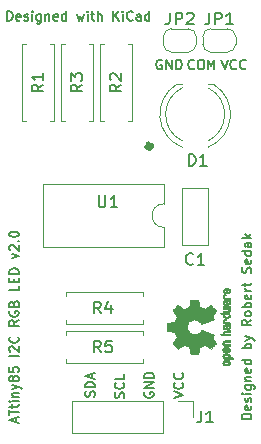
<source format=gto>
G04 #@! TF.GenerationSoftware,KiCad,Pcbnew,5.1.10-88a1d61d58~90~ubuntu20.04.1*
G04 #@! TF.CreationDate,2021-10-12T10:11:59+02:00*
G04 #@! TF.ProjectId,attiny85_I2C_RGB_LED_v2,61747469-6e79-4383-955f-4932435f5247,2.0*
G04 #@! TF.SameCoordinates,Original*
G04 #@! TF.FileFunction,Legend,Top*
G04 #@! TF.FilePolarity,Positive*
%FSLAX46Y46*%
G04 Gerber Fmt 4.6, Leading zero omitted, Abs format (unit mm)*
G04 Created by KiCad (PCBNEW 5.1.10-88a1d61d58~90~ubuntu20.04.1) date 2021-10-12 10:11:59*
%MOMM*%
%LPD*%
G01*
G04 APERTURE LIST*
%ADD10C,0.150000*%
%ADD11C,0.600000*%
%ADD12C,0.120000*%
%ADD13C,0.010000*%
%ADD14C,0.200000*%
%ADD15O,1.702000X1.702000*%
%ADD16C,1.702000*%
%ADD17O,1.802000X1.802000*%
%ADD18O,1.902000X1.172000*%
%ADD19C,1.502000*%
G04 APERTURE END LIST*
D10*
X123221828Y-116085714D02*
X123183733Y-116123809D01*
X123069447Y-116161904D01*
X122993257Y-116161904D01*
X122878971Y-116123809D01*
X122802780Y-116047619D01*
X122764685Y-115971428D01*
X122726590Y-115819047D01*
X122726590Y-115704761D01*
X122764685Y-115552380D01*
X122802780Y-115476190D01*
X122878971Y-115400000D01*
X122993257Y-115361904D01*
X123069447Y-115361904D01*
X123183733Y-115400000D01*
X123221828Y-115438095D01*
X123717066Y-115361904D02*
X123869447Y-115361904D01*
X123945638Y-115400000D01*
X124021828Y-115476190D01*
X124059923Y-115628571D01*
X124059923Y-115895238D01*
X124021828Y-116047619D01*
X123945638Y-116123809D01*
X123869447Y-116161904D01*
X123717066Y-116161904D01*
X123640876Y-116123809D01*
X123564685Y-116047619D01*
X123526590Y-115895238D01*
X123526590Y-115628571D01*
X123564685Y-115476190D01*
X123640876Y-115400000D01*
X123717066Y-115361904D01*
X124402780Y-116161904D02*
X124402780Y-115361904D01*
X124669447Y-115933333D01*
X124936114Y-115361904D01*
X124936114Y-116161904D01*
X125526933Y-115361904D02*
X125793600Y-116161904D01*
X126060266Y-115361904D01*
X126784076Y-116085714D02*
X126745980Y-116123809D01*
X126631695Y-116161904D01*
X126555504Y-116161904D01*
X126441219Y-116123809D01*
X126365028Y-116047619D01*
X126326933Y-115971428D01*
X126288838Y-115819047D01*
X126288838Y-115704761D01*
X126326933Y-115552380D01*
X126365028Y-115476190D01*
X126441219Y-115400000D01*
X126555504Y-115361904D01*
X126631695Y-115361904D01*
X126745980Y-115400000D01*
X126784076Y-115438095D01*
X127584076Y-116085714D02*
X127545980Y-116123809D01*
X127431695Y-116161904D01*
X127355504Y-116161904D01*
X127241219Y-116123809D01*
X127165028Y-116047619D01*
X127126933Y-115971428D01*
X127088838Y-115819047D01*
X127088838Y-115704761D01*
X127126933Y-115552380D01*
X127165028Y-115476190D01*
X127241219Y-115400000D01*
X127355504Y-115361904D01*
X127431695Y-115361904D01*
X127545980Y-115400000D01*
X127584076Y-115438095D01*
X120472276Y-115400000D02*
X120396085Y-115361904D01*
X120281800Y-115361904D01*
X120167514Y-115400000D01*
X120091323Y-115476190D01*
X120053228Y-115552380D01*
X120015133Y-115704761D01*
X120015133Y-115819047D01*
X120053228Y-115971428D01*
X120091323Y-116047619D01*
X120167514Y-116123809D01*
X120281800Y-116161904D01*
X120357990Y-116161904D01*
X120472276Y-116123809D01*
X120510371Y-116085714D01*
X120510371Y-115819047D01*
X120357990Y-115819047D01*
X120853228Y-116161904D02*
X120853228Y-115361904D01*
X121310371Y-116161904D01*
X121310371Y-115361904D01*
X121691323Y-116161904D02*
X121691323Y-115361904D01*
X121881800Y-115361904D01*
X121996085Y-115400000D01*
X122072276Y-115476190D01*
X122110371Y-115552380D01*
X122148466Y-115704761D01*
X122148466Y-115819047D01*
X122110371Y-115971428D01*
X122072276Y-116047619D01*
X121996085Y-116123809D01*
X121881800Y-116161904D01*
X121691323Y-116161904D01*
X107380952Y-112061904D02*
X107380952Y-111261904D01*
X107571428Y-111261904D01*
X107685714Y-111300000D01*
X107761904Y-111376190D01*
X107800000Y-111452380D01*
X107838095Y-111604761D01*
X107838095Y-111719047D01*
X107800000Y-111871428D01*
X107761904Y-111947619D01*
X107685714Y-112023809D01*
X107571428Y-112061904D01*
X107380952Y-112061904D01*
X108485714Y-112023809D02*
X108409523Y-112061904D01*
X108257142Y-112061904D01*
X108180952Y-112023809D01*
X108142857Y-111947619D01*
X108142857Y-111642857D01*
X108180952Y-111566666D01*
X108257142Y-111528571D01*
X108409523Y-111528571D01*
X108485714Y-111566666D01*
X108523809Y-111642857D01*
X108523809Y-111719047D01*
X108142857Y-111795238D01*
X108828571Y-112023809D02*
X108904761Y-112061904D01*
X109057142Y-112061904D01*
X109133333Y-112023809D01*
X109171428Y-111947619D01*
X109171428Y-111909523D01*
X109133333Y-111833333D01*
X109057142Y-111795238D01*
X108942857Y-111795238D01*
X108866666Y-111757142D01*
X108828571Y-111680952D01*
X108828571Y-111642857D01*
X108866666Y-111566666D01*
X108942857Y-111528571D01*
X109057142Y-111528571D01*
X109133333Y-111566666D01*
X109514285Y-112061904D02*
X109514285Y-111528571D01*
X109514285Y-111261904D02*
X109476190Y-111300000D01*
X109514285Y-111338095D01*
X109552380Y-111300000D01*
X109514285Y-111261904D01*
X109514285Y-111338095D01*
X110238095Y-111528571D02*
X110238095Y-112176190D01*
X110200000Y-112252380D01*
X110161904Y-112290476D01*
X110085714Y-112328571D01*
X109971428Y-112328571D01*
X109895238Y-112290476D01*
X110238095Y-112023809D02*
X110161904Y-112061904D01*
X110009523Y-112061904D01*
X109933333Y-112023809D01*
X109895238Y-111985714D01*
X109857142Y-111909523D01*
X109857142Y-111680952D01*
X109895238Y-111604761D01*
X109933333Y-111566666D01*
X110009523Y-111528571D01*
X110161904Y-111528571D01*
X110238095Y-111566666D01*
X110619047Y-111528571D02*
X110619047Y-112061904D01*
X110619047Y-111604761D02*
X110657142Y-111566666D01*
X110733333Y-111528571D01*
X110847619Y-111528571D01*
X110923809Y-111566666D01*
X110961904Y-111642857D01*
X110961904Y-112061904D01*
X111647619Y-112023809D02*
X111571428Y-112061904D01*
X111419047Y-112061904D01*
X111342857Y-112023809D01*
X111304761Y-111947619D01*
X111304761Y-111642857D01*
X111342857Y-111566666D01*
X111419047Y-111528571D01*
X111571428Y-111528571D01*
X111647619Y-111566666D01*
X111685714Y-111642857D01*
X111685714Y-111719047D01*
X111304761Y-111795238D01*
X112371428Y-112061904D02*
X112371428Y-111261904D01*
X112371428Y-112023809D02*
X112295238Y-112061904D01*
X112142857Y-112061904D01*
X112066666Y-112023809D01*
X112028571Y-111985714D01*
X111990476Y-111909523D01*
X111990476Y-111680952D01*
X112028571Y-111604761D01*
X112066666Y-111566666D01*
X112142857Y-111528571D01*
X112295238Y-111528571D01*
X112371428Y-111566666D01*
X113285714Y-111528571D02*
X113438095Y-112061904D01*
X113590476Y-111680952D01*
X113742857Y-112061904D01*
X113895238Y-111528571D01*
X114200000Y-112061904D02*
X114200000Y-111528571D01*
X114200000Y-111261904D02*
X114161904Y-111300000D01*
X114200000Y-111338095D01*
X114238095Y-111300000D01*
X114200000Y-111261904D01*
X114200000Y-111338095D01*
X114466666Y-111528571D02*
X114771428Y-111528571D01*
X114580952Y-111261904D02*
X114580952Y-111947619D01*
X114619047Y-112023809D01*
X114695238Y-112061904D01*
X114771428Y-112061904D01*
X115038095Y-112061904D02*
X115038095Y-111261904D01*
X115380952Y-112061904D02*
X115380952Y-111642857D01*
X115342857Y-111566666D01*
X115266666Y-111528571D01*
X115152380Y-111528571D01*
X115076190Y-111566666D01*
X115038095Y-111604761D01*
X116371428Y-112061904D02*
X116371428Y-111261904D01*
X116828571Y-112061904D02*
X116485714Y-111604761D01*
X116828571Y-111261904D02*
X116371428Y-111719047D01*
X117171428Y-112061904D02*
X117171428Y-111528571D01*
X117171428Y-111261904D02*
X117133333Y-111300000D01*
X117171428Y-111338095D01*
X117209523Y-111300000D01*
X117171428Y-111261904D01*
X117171428Y-111338095D01*
X118009523Y-111985714D02*
X117971428Y-112023809D01*
X117857142Y-112061904D01*
X117780952Y-112061904D01*
X117666666Y-112023809D01*
X117590476Y-111947619D01*
X117552380Y-111871428D01*
X117514285Y-111719047D01*
X117514285Y-111604761D01*
X117552380Y-111452380D01*
X117590476Y-111376190D01*
X117666666Y-111300000D01*
X117780952Y-111261904D01*
X117857142Y-111261904D01*
X117971428Y-111300000D01*
X118009523Y-111338095D01*
X118695238Y-112061904D02*
X118695238Y-111642857D01*
X118657142Y-111566666D01*
X118580952Y-111528571D01*
X118428571Y-111528571D01*
X118352380Y-111566666D01*
X118695238Y-112023809D02*
X118619047Y-112061904D01*
X118428571Y-112061904D01*
X118352380Y-112023809D01*
X118314285Y-111947619D01*
X118314285Y-111871428D01*
X118352380Y-111795238D01*
X118428571Y-111757142D01*
X118619047Y-111757142D01*
X118695238Y-111719047D01*
X119419047Y-112061904D02*
X119419047Y-111261904D01*
X119419047Y-112023809D02*
X119342857Y-112061904D01*
X119190476Y-112061904D01*
X119114285Y-112023809D01*
X119076190Y-111985714D01*
X119038095Y-111909523D01*
X119038095Y-111680952D01*
X119076190Y-111604761D01*
X119114285Y-111566666D01*
X119190476Y-111528571D01*
X119342857Y-111528571D01*
X119419047Y-111566666D01*
D11*
X119541421Y-122700000D02*
G75*
G03*
X119541421Y-122700000I-141421J0D01*
G01*
D10*
X121487304Y-143993066D02*
X122287304Y-143726400D01*
X121487304Y-143459733D01*
X122211114Y-142735923D02*
X122249209Y-142774019D01*
X122287304Y-142888304D01*
X122287304Y-142964495D01*
X122249209Y-143078780D01*
X122173019Y-143154971D01*
X122096828Y-143193066D01*
X121944447Y-143231161D01*
X121830161Y-143231161D01*
X121677780Y-143193066D01*
X121601590Y-143154971D01*
X121525400Y-143078780D01*
X121487304Y-142964495D01*
X121487304Y-142888304D01*
X121525400Y-142774019D01*
X121563495Y-142735923D01*
X122211114Y-141935923D02*
X122249209Y-141974019D01*
X122287304Y-142088304D01*
X122287304Y-142164495D01*
X122249209Y-142278780D01*
X122173019Y-142354971D01*
X122096828Y-142393066D01*
X121944447Y-142431161D01*
X121830161Y-142431161D01*
X121677780Y-142393066D01*
X121601590Y-142354971D01*
X121525400Y-142278780D01*
X121487304Y-142164495D01*
X121487304Y-142088304D01*
X121525400Y-141974019D01*
X121563495Y-141935923D01*
X119025400Y-143535923D02*
X118987304Y-143612114D01*
X118987304Y-143726400D01*
X119025400Y-143840685D01*
X119101590Y-143916876D01*
X119177780Y-143954971D01*
X119330161Y-143993066D01*
X119444447Y-143993066D01*
X119596828Y-143954971D01*
X119673019Y-143916876D01*
X119749209Y-143840685D01*
X119787304Y-143726400D01*
X119787304Y-143650209D01*
X119749209Y-143535923D01*
X119711114Y-143497828D01*
X119444447Y-143497828D01*
X119444447Y-143650209D01*
X119787304Y-143154971D02*
X118987304Y-143154971D01*
X119787304Y-142697828D01*
X118987304Y-142697828D01*
X119787304Y-142316876D02*
X118987304Y-142316876D01*
X118987304Y-142126400D01*
X119025400Y-142012114D01*
X119101590Y-141935923D01*
X119177780Y-141897828D01*
X119330161Y-141859733D01*
X119444447Y-141859733D01*
X119596828Y-141897828D01*
X119673019Y-141935923D01*
X119749209Y-142012114D01*
X119787304Y-142126400D01*
X119787304Y-142316876D01*
X117249209Y-143978780D02*
X117287304Y-143864495D01*
X117287304Y-143674019D01*
X117249209Y-143597828D01*
X117211114Y-143559733D01*
X117134923Y-143521638D01*
X117058733Y-143521638D01*
X116982542Y-143559733D01*
X116944447Y-143597828D01*
X116906352Y-143674019D01*
X116868257Y-143826400D01*
X116830161Y-143902590D01*
X116792066Y-143940685D01*
X116715876Y-143978780D01*
X116639685Y-143978780D01*
X116563495Y-143940685D01*
X116525400Y-143902590D01*
X116487304Y-143826400D01*
X116487304Y-143635923D01*
X116525400Y-143521638D01*
X117211114Y-142721638D02*
X117249209Y-142759733D01*
X117287304Y-142874019D01*
X117287304Y-142950209D01*
X117249209Y-143064495D01*
X117173019Y-143140685D01*
X117096828Y-143178780D01*
X116944447Y-143216876D01*
X116830161Y-143216876D01*
X116677780Y-143178780D01*
X116601590Y-143140685D01*
X116525400Y-143064495D01*
X116487304Y-142950209D01*
X116487304Y-142874019D01*
X116525400Y-142759733D01*
X116563495Y-142721638D01*
X117287304Y-141997828D02*
X117287304Y-142378780D01*
X116487304Y-142378780D01*
X114749209Y-143897828D02*
X114787304Y-143783542D01*
X114787304Y-143593066D01*
X114749209Y-143516876D01*
X114711114Y-143478780D01*
X114634923Y-143440685D01*
X114558733Y-143440685D01*
X114482542Y-143478780D01*
X114444447Y-143516876D01*
X114406352Y-143593066D01*
X114368257Y-143745447D01*
X114330161Y-143821638D01*
X114292066Y-143859733D01*
X114215876Y-143897828D01*
X114139685Y-143897828D01*
X114063495Y-143859733D01*
X114025400Y-143821638D01*
X113987304Y-143745447D01*
X113987304Y-143554971D01*
X114025400Y-143440685D01*
X114787304Y-143097828D02*
X113987304Y-143097828D01*
X113987304Y-142907352D01*
X114025400Y-142793066D01*
X114101590Y-142716876D01*
X114177780Y-142678780D01*
X114330161Y-142640685D01*
X114444447Y-142640685D01*
X114596828Y-142678780D01*
X114673019Y-142716876D01*
X114749209Y-142793066D01*
X114787304Y-142907352D01*
X114787304Y-143097828D01*
X114558733Y-142335923D02*
X114558733Y-141954971D01*
X114787304Y-142412114D02*
X113987304Y-142145447D01*
X114787304Y-141878780D01*
X128061904Y-145790476D02*
X127261904Y-145790476D01*
X127261904Y-145600000D01*
X127300000Y-145485714D01*
X127376190Y-145409523D01*
X127452380Y-145371428D01*
X127604761Y-145333333D01*
X127719047Y-145333333D01*
X127871428Y-145371428D01*
X127947619Y-145409523D01*
X128023809Y-145485714D01*
X128061904Y-145600000D01*
X128061904Y-145790476D01*
X128023809Y-144685714D02*
X128061904Y-144761904D01*
X128061904Y-144914285D01*
X128023809Y-144990476D01*
X127947619Y-145028571D01*
X127642857Y-145028571D01*
X127566666Y-144990476D01*
X127528571Y-144914285D01*
X127528571Y-144761904D01*
X127566666Y-144685714D01*
X127642857Y-144647619D01*
X127719047Y-144647619D01*
X127795238Y-145028571D01*
X128023809Y-144342857D02*
X128061904Y-144266666D01*
X128061904Y-144114285D01*
X128023809Y-144038095D01*
X127947619Y-144000000D01*
X127909523Y-144000000D01*
X127833333Y-144038095D01*
X127795238Y-144114285D01*
X127795238Y-144228571D01*
X127757142Y-144304761D01*
X127680952Y-144342857D01*
X127642857Y-144342857D01*
X127566666Y-144304761D01*
X127528571Y-144228571D01*
X127528571Y-144114285D01*
X127566666Y-144038095D01*
X128061904Y-143657142D02*
X127528571Y-143657142D01*
X127261904Y-143657142D02*
X127300000Y-143695238D01*
X127338095Y-143657142D01*
X127300000Y-143619047D01*
X127261904Y-143657142D01*
X127338095Y-143657142D01*
X127528571Y-142933333D02*
X128176190Y-142933333D01*
X128252380Y-142971428D01*
X128290476Y-143009523D01*
X128328571Y-143085714D01*
X128328571Y-143200000D01*
X128290476Y-143276190D01*
X128023809Y-142933333D02*
X128061904Y-143009523D01*
X128061904Y-143161904D01*
X128023809Y-143238095D01*
X127985714Y-143276190D01*
X127909523Y-143314285D01*
X127680952Y-143314285D01*
X127604761Y-143276190D01*
X127566666Y-143238095D01*
X127528571Y-143161904D01*
X127528571Y-143009523D01*
X127566666Y-142933333D01*
X127528571Y-142552380D02*
X128061904Y-142552380D01*
X127604761Y-142552380D02*
X127566666Y-142514285D01*
X127528571Y-142438095D01*
X127528571Y-142323809D01*
X127566666Y-142247619D01*
X127642857Y-142209523D01*
X128061904Y-142209523D01*
X128023809Y-141523809D02*
X128061904Y-141600000D01*
X128061904Y-141752380D01*
X128023809Y-141828571D01*
X127947619Y-141866666D01*
X127642857Y-141866666D01*
X127566666Y-141828571D01*
X127528571Y-141752380D01*
X127528571Y-141600000D01*
X127566666Y-141523809D01*
X127642857Y-141485714D01*
X127719047Y-141485714D01*
X127795238Y-141866666D01*
X128061904Y-140800000D02*
X127261904Y-140800000D01*
X128023809Y-140800000D02*
X128061904Y-140876190D01*
X128061904Y-141028571D01*
X128023809Y-141104761D01*
X127985714Y-141142857D01*
X127909523Y-141180952D01*
X127680952Y-141180952D01*
X127604761Y-141142857D01*
X127566666Y-141104761D01*
X127528571Y-141028571D01*
X127528571Y-140876190D01*
X127566666Y-140800000D01*
X128061904Y-139809523D02*
X127261904Y-139809523D01*
X127566666Y-139809523D02*
X127528571Y-139733333D01*
X127528571Y-139580952D01*
X127566666Y-139504761D01*
X127604761Y-139466666D01*
X127680952Y-139428571D01*
X127909523Y-139428571D01*
X127985714Y-139466666D01*
X128023809Y-139504761D01*
X128061904Y-139580952D01*
X128061904Y-139733333D01*
X128023809Y-139809523D01*
X127528571Y-139161904D02*
X128061904Y-138971428D01*
X127528571Y-138780952D02*
X128061904Y-138971428D01*
X128252380Y-139047619D01*
X128290476Y-139085714D01*
X128328571Y-139161904D01*
X128061904Y-137409523D02*
X127680952Y-137676190D01*
X128061904Y-137866666D02*
X127261904Y-137866666D01*
X127261904Y-137561904D01*
X127300000Y-137485714D01*
X127338095Y-137447619D01*
X127414285Y-137409523D01*
X127528571Y-137409523D01*
X127604761Y-137447619D01*
X127642857Y-137485714D01*
X127680952Y-137561904D01*
X127680952Y-137866666D01*
X128061904Y-136952380D02*
X128023809Y-137028571D01*
X127985714Y-137066666D01*
X127909523Y-137104761D01*
X127680952Y-137104761D01*
X127604761Y-137066666D01*
X127566666Y-137028571D01*
X127528571Y-136952380D01*
X127528571Y-136838095D01*
X127566666Y-136761904D01*
X127604761Y-136723809D01*
X127680952Y-136685714D01*
X127909523Y-136685714D01*
X127985714Y-136723809D01*
X128023809Y-136761904D01*
X128061904Y-136838095D01*
X128061904Y-136952380D01*
X128061904Y-136342857D02*
X127261904Y-136342857D01*
X127566666Y-136342857D02*
X127528571Y-136266666D01*
X127528571Y-136114285D01*
X127566666Y-136038095D01*
X127604761Y-136000000D01*
X127680952Y-135961904D01*
X127909523Y-135961904D01*
X127985714Y-136000000D01*
X128023809Y-136038095D01*
X128061904Y-136114285D01*
X128061904Y-136266666D01*
X128023809Y-136342857D01*
X128023809Y-135314285D02*
X128061904Y-135390476D01*
X128061904Y-135542857D01*
X128023809Y-135619047D01*
X127947619Y-135657142D01*
X127642857Y-135657142D01*
X127566666Y-135619047D01*
X127528571Y-135542857D01*
X127528571Y-135390476D01*
X127566666Y-135314285D01*
X127642857Y-135276190D01*
X127719047Y-135276190D01*
X127795238Y-135657142D01*
X128061904Y-134933333D02*
X127528571Y-134933333D01*
X127680952Y-134933333D02*
X127604761Y-134895238D01*
X127566666Y-134857142D01*
X127528571Y-134780952D01*
X127528571Y-134704761D01*
X127528571Y-134552380D02*
X127528571Y-134247619D01*
X127261904Y-134438095D02*
X127947619Y-134438095D01*
X128023809Y-134400000D01*
X128061904Y-134323809D01*
X128061904Y-134247619D01*
X128023809Y-133409523D02*
X128061904Y-133295238D01*
X128061904Y-133104761D01*
X128023809Y-133028571D01*
X127985714Y-132990476D01*
X127909523Y-132952380D01*
X127833333Y-132952380D01*
X127757142Y-132990476D01*
X127719047Y-133028571D01*
X127680952Y-133104761D01*
X127642857Y-133257142D01*
X127604761Y-133333333D01*
X127566666Y-133371428D01*
X127490476Y-133409523D01*
X127414285Y-133409523D01*
X127338095Y-133371428D01*
X127300000Y-133333333D01*
X127261904Y-133257142D01*
X127261904Y-133066666D01*
X127300000Y-132952380D01*
X128023809Y-132304761D02*
X128061904Y-132380952D01*
X128061904Y-132533333D01*
X128023809Y-132609523D01*
X127947619Y-132647619D01*
X127642857Y-132647619D01*
X127566666Y-132609523D01*
X127528571Y-132533333D01*
X127528571Y-132380952D01*
X127566666Y-132304761D01*
X127642857Y-132266666D01*
X127719047Y-132266666D01*
X127795238Y-132647619D01*
X128061904Y-131580952D02*
X127261904Y-131580952D01*
X128023809Y-131580952D02*
X128061904Y-131657142D01*
X128061904Y-131809523D01*
X128023809Y-131885714D01*
X127985714Y-131923809D01*
X127909523Y-131961904D01*
X127680952Y-131961904D01*
X127604761Y-131923809D01*
X127566666Y-131885714D01*
X127528571Y-131809523D01*
X127528571Y-131657142D01*
X127566666Y-131580952D01*
X128061904Y-130857142D02*
X127642857Y-130857142D01*
X127566666Y-130895238D01*
X127528571Y-130971428D01*
X127528571Y-131123809D01*
X127566666Y-131200000D01*
X128023809Y-130857142D02*
X128061904Y-130933333D01*
X128061904Y-131123809D01*
X128023809Y-131200000D01*
X127947619Y-131238095D01*
X127871428Y-131238095D01*
X127795238Y-131200000D01*
X127757142Y-131123809D01*
X127757142Y-130933333D01*
X127719047Y-130857142D01*
X128061904Y-130476190D02*
X127261904Y-130476190D01*
X127757142Y-130400000D02*
X128061904Y-130171428D01*
X127528571Y-130171428D02*
X127833333Y-130476190D01*
X108133333Y-146076190D02*
X108133333Y-145695238D01*
X108361904Y-146152380D02*
X107561904Y-145885714D01*
X108361904Y-145619047D01*
X107561904Y-145466666D02*
X107561904Y-145009523D01*
X108361904Y-145238095D02*
X107561904Y-145238095D01*
X107828571Y-144857142D02*
X107828571Y-144552380D01*
X107561904Y-144742857D02*
X108247619Y-144742857D01*
X108323809Y-144704761D01*
X108361904Y-144628571D01*
X108361904Y-144552380D01*
X108361904Y-144285714D02*
X107828571Y-144285714D01*
X107561904Y-144285714D02*
X107600000Y-144323809D01*
X107638095Y-144285714D01*
X107600000Y-144247619D01*
X107561904Y-144285714D01*
X107638095Y-144285714D01*
X107828571Y-143904761D02*
X108361904Y-143904761D01*
X107904761Y-143904761D02*
X107866666Y-143866666D01*
X107828571Y-143790476D01*
X107828571Y-143676190D01*
X107866666Y-143600000D01*
X107942857Y-143561904D01*
X108361904Y-143561904D01*
X107828571Y-143257142D02*
X108361904Y-143066666D01*
X107828571Y-142876190D02*
X108361904Y-143066666D01*
X108552380Y-143142857D01*
X108590476Y-143180952D01*
X108628571Y-143257142D01*
X107904761Y-142457142D02*
X107866666Y-142533333D01*
X107828571Y-142571428D01*
X107752380Y-142609523D01*
X107714285Y-142609523D01*
X107638095Y-142571428D01*
X107600000Y-142533333D01*
X107561904Y-142457142D01*
X107561904Y-142304761D01*
X107600000Y-142228571D01*
X107638095Y-142190476D01*
X107714285Y-142152380D01*
X107752380Y-142152380D01*
X107828571Y-142190476D01*
X107866666Y-142228571D01*
X107904761Y-142304761D01*
X107904761Y-142457142D01*
X107942857Y-142533333D01*
X107980952Y-142571428D01*
X108057142Y-142609523D01*
X108209523Y-142609523D01*
X108285714Y-142571428D01*
X108323809Y-142533333D01*
X108361904Y-142457142D01*
X108361904Y-142304761D01*
X108323809Y-142228571D01*
X108285714Y-142190476D01*
X108209523Y-142152380D01*
X108057142Y-142152380D01*
X107980952Y-142190476D01*
X107942857Y-142228571D01*
X107904761Y-142304761D01*
X107561904Y-141428571D02*
X107561904Y-141809523D01*
X107942857Y-141847619D01*
X107904761Y-141809523D01*
X107866666Y-141733333D01*
X107866666Y-141542857D01*
X107904761Y-141466666D01*
X107942857Y-141428571D01*
X108019047Y-141390476D01*
X108209523Y-141390476D01*
X108285714Y-141428571D01*
X108323809Y-141466666D01*
X108361904Y-141542857D01*
X108361904Y-141733333D01*
X108323809Y-141809523D01*
X108285714Y-141847619D01*
X108361904Y-140438095D02*
X107561904Y-140438095D01*
X107638095Y-140095238D02*
X107600000Y-140057142D01*
X107561904Y-139980952D01*
X107561904Y-139790476D01*
X107600000Y-139714285D01*
X107638095Y-139676190D01*
X107714285Y-139638095D01*
X107790476Y-139638095D01*
X107904761Y-139676190D01*
X108361904Y-140133333D01*
X108361904Y-139638095D01*
X108285714Y-138838095D02*
X108323809Y-138876190D01*
X108361904Y-138990476D01*
X108361904Y-139066666D01*
X108323809Y-139180952D01*
X108247619Y-139257142D01*
X108171428Y-139295238D01*
X108019047Y-139333333D01*
X107904761Y-139333333D01*
X107752380Y-139295238D01*
X107676190Y-139257142D01*
X107600000Y-139180952D01*
X107561904Y-139066666D01*
X107561904Y-138990476D01*
X107600000Y-138876190D01*
X107638095Y-138838095D01*
X108361904Y-137428571D02*
X107980952Y-137695238D01*
X108361904Y-137885714D02*
X107561904Y-137885714D01*
X107561904Y-137580952D01*
X107600000Y-137504761D01*
X107638095Y-137466666D01*
X107714285Y-137428571D01*
X107828571Y-137428571D01*
X107904761Y-137466666D01*
X107942857Y-137504761D01*
X107980952Y-137580952D01*
X107980952Y-137885714D01*
X107600000Y-136666666D02*
X107561904Y-136742857D01*
X107561904Y-136857142D01*
X107600000Y-136971428D01*
X107676190Y-137047619D01*
X107752380Y-137085714D01*
X107904761Y-137123809D01*
X108019047Y-137123809D01*
X108171428Y-137085714D01*
X108247619Y-137047619D01*
X108323809Y-136971428D01*
X108361904Y-136857142D01*
X108361904Y-136780952D01*
X108323809Y-136666666D01*
X108285714Y-136628571D01*
X108019047Y-136628571D01*
X108019047Y-136780952D01*
X107942857Y-136019047D02*
X107980952Y-135904761D01*
X108019047Y-135866666D01*
X108095238Y-135828571D01*
X108209523Y-135828571D01*
X108285714Y-135866666D01*
X108323809Y-135904761D01*
X108361904Y-135980952D01*
X108361904Y-136285714D01*
X107561904Y-136285714D01*
X107561904Y-136019047D01*
X107600000Y-135942857D01*
X107638095Y-135904761D01*
X107714285Y-135866666D01*
X107790476Y-135866666D01*
X107866666Y-135904761D01*
X107904761Y-135942857D01*
X107942857Y-136019047D01*
X107942857Y-136285714D01*
X108361904Y-134495238D02*
X108361904Y-134876190D01*
X107561904Y-134876190D01*
X107942857Y-134228571D02*
X107942857Y-133961904D01*
X108361904Y-133847619D02*
X108361904Y-134228571D01*
X107561904Y-134228571D01*
X107561904Y-133847619D01*
X108361904Y-133504761D02*
X107561904Y-133504761D01*
X107561904Y-133314285D01*
X107600000Y-133200000D01*
X107676190Y-133123809D01*
X107752380Y-133085714D01*
X107904761Y-133047619D01*
X108019047Y-133047619D01*
X108171428Y-133085714D01*
X108247619Y-133123809D01*
X108323809Y-133200000D01*
X108361904Y-133314285D01*
X108361904Y-133504761D01*
X107828571Y-132171428D02*
X108361904Y-131980952D01*
X107828571Y-131790476D01*
X107638095Y-131523809D02*
X107600000Y-131485714D01*
X107561904Y-131409523D01*
X107561904Y-131219047D01*
X107600000Y-131142857D01*
X107638095Y-131104761D01*
X107714285Y-131066666D01*
X107790476Y-131066666D01*
X107904761Y-131104761D01*
X108361904Y-131561904D01*
X108361904Y-131066666D01*
X108285714Y-130723809D02*
X108323809Y-130685714D01*
X108361904Y-130723809D01*
X108323809Y-130761904D01*
X108285714Y-130723809D01*
X108361904Y-130723809D01*
X107561904Y-130190476D02*
X107561904Y-130114285D01*
X107600000Y-130038095D01*
X107638095Y-130000000D01*
X107714285Y-129961904D01*
X107866666Y-129923809D01*
X108057142Y-129923809D01*
X108209523Y-129961904D01*
X108285714Y-130000000D01*
X108323809Y-130038095D01*
X108361904Y-130114285D01*
X108361904Y-130190476D01*
X108323809Y-130266666D01*
X108285714Y-130304761D01*
X108209523Y-130342857D01*
X108057142Y-130380952D01*
X107866666Y-130380952D01*
X107714285Y-130342857D01*
X107638095Y-130304761D01*
X107600000Y-130266666D01*
X107561904Y-130190476D01*
D12*
X123396200Y-113441200D02*
X123396200Y-114041200D01*
X121296200Y-112741200D02*
X122696200Y-112741200D01*
X120596200Y-114041200D02*
X120596200Y-113441200D01*
X122696200Y-114741200D02*
X121296200Y-114741200D01*
X123396200Y-114041200D02*
G75*
G02*
X122696200Y-114741200I-700000J0D01*
G01*
X122696200Y-112741200D02*
G75*
G02*
X123396200Y-113441200I0J-700000D01*
G01*
X120596200Y-113441200D02*
G75*
G02*
X121296200Y-112741200I700000J0D01*
G01*
X121296200Y-114741200D02*
G75*
G02*
X120596200Y-114041200I0J700000D01*
G01*
X126034000Y-114741200D02*
X124634000Y-114741200D01*
X123934000Y-114041200D02*
X123934000Y-113441200D01*
X124634000Y-112741200D02*
X126034000Y-112741200D01*
X126734000Y-113441200D02*
X126734000Y-114041200D01*
X124634000Y-114741200D02*
G75*
G02*
X123934000Y-114041200I0J700000D01*
G01*
X123934000Y-113441200D02*
G75*
G02*
X124634000Y-112741200I700000J0D01*
G01*
X126034000Y-112741200D02*
G75*
G02*
X126734000Y-113441200I0J-700000D01*
G01*
X126734000Y-114041200D02*
G75*
G02*
X126034000Y-114741200I-700000J0D01*
G01*
X112325400Y-138660000D02*
X112325400Y-138330000D01*
X112325400Y-138330000D02*
X118865400Y-138330000D01*
X118865400Y-138330000D02*
X118865400Y-138660000D01*
X112325400Y-140740000D02*
X112325400Y-141070000D01*
X112325400Y-141070000D02*
X118865400Y-141070000D01*
X118865400Y-141070000D02*
X118865400Y-140740000D01*
X118865400Y-137770000D02*
X118865400Y-137440000D01*
X112325400Y-137770000D02*
X118865400Y-137770000D01*
X112325400Y-137440000D02*
X112325400Y-137770000D01*
X118865400Y-135030000D02*
X118865400Y-135360000D01*
X112325400Y-135030000D02*
X118865400Y-135030000D01*
X112325400Y-135360000D02*
X112325400Y-135030000D01*
X120660000Y-131220000D02*
X120660000Y-129570000D01*
X110380000Y-131220000D02*
X120660000Y-131220000D01*
X110380000Y-125920000D02*
X110380000Y-131220000D01*
X120660000Y-125920000D02*
X110380000Y-125920000D01*
X120660000Y-127570000D02*
X120660000Y-125920000D01*
X120660000Y-129570000D02*
G75*
G02*
X120660000Y-127570000I0J1000000D01*
G01*
X123155400Y-144296400D02*
X123155400Y-145626400D01*
X121825400Y-144296400D02*
X123155400Y-144296400D01*
X120555400Y-144296400D02*
X120555400Y-146956400D01*
X120555400Y-146956400D02*
X112875400Y-146956400D01*
X120555400Y-144296400D02*
X112875400Y-144296400D01*
X112875400Y-144296400D02*
X112875400Y-146956400D01*
X122220000Y-117445000D02*
X121755000Y-117445000D01*
X124845000Y-117445000D02*
X124380000Y-117445000D01*
X124380827Y-122792815D02*
G75*
G03*
X124844830Y-117445000I-1080827J2787815D01*
G01*
X122219173Y-122792815D02*
G75*
G02*
X121755170Y-117445000I1080827J2787815D01*
G01*
X124380429Y-122259479D02*
G75*
G03*
X124380000Y-117750316I-1080429J2254479D01*
G01*
X122219571Y-122259479D02*
G75*
G02*
X122220000Y-117750316I1080429J2254479D01*
G01*
X124420000Y-131070000D02*
X122180000Y-131070000D01*
X124420000Y-126230000D02*
X122180000Y-126230000D01*
X122180000Y-126230000D02*
X122180000Y-131070000D01*
X124420000Y-126230000D02*
X124420000Y-131070000D01*
X108630000Y-120580000D02*
X108960000Y-120580000D01*
X108630000Y-114040000D02*
X108630000Y-120580000D01*
X108960000Y-114040000D02*
X108630000Y-114040000D01*
X111370000Y-120580000D02*
X111040000Y-120580000D01*
X111370000Y-114040000D02*
X111370000Y-120580000D01*
X111040000Y-114040000D02*
X111370000Y-114040000D01*
X117640000Y-114040000D02*
X117970000Y-114040000D01*
X117970000Y-114040000D02*
X117970000Y-120580000D01*
X117970000Y-120580000D02*
X117640000Y-120580000D01*
X115560000Y-114040000D02*
X115230000Y-114040000D01*
X115230000Y-114040000D02*
X115230000Y-120580000D01*
X115230000Y-120580000D02*
X115560000Y-120580000D01*
X111930000Y-120580000D02*
X112260000Y-120580000D01*
X111930000Y-114040000D02*
X111930000Y-120580000D01*
X112260000Y-114040000D02*
X111930000Y-114040000D01*
X114670000Y-120580000D02*
X114340000Y-120580000D01*
X114670000Y-114040000D02*
X114670000Y-120580000D01*
X114340000Y-114040000D02*
X114670000Y-114040000D01*
D13*
G36*
X125617918Y-140398456D02*
G01*
X125645568Y-140342999D01*
X125696480Y-140294052D01*
X125715338Y-140280571D01*
X125740015Y-140265886D01*
X125766816Y-140256358D01*
X125802587Y-140250907D01*
X125854169Y-140248453D01*
X125922267Y-140247914D01*
X126015588Y-140250348D01*
X126085657Y-140258806D01*
X126137931Y-140275026D01*
X126177869Y-140300746D01*
X126210929Y-140337703D01*
X126212886Y-140340418D01*
X126232908Y-140376840D01*
X126242815Y-140420698D01*
X126245257Y-140476476D01*
X126245257Y-140567152D01*
X126333283Y-140567190D01*
X126382308Y-140568034D01*
X126411065Y-140573176D01*
X126428311Y-140586613D01*
X126442808Y-140612342D01*
X126445769Y-140618521D01*
X126459648Y-140647436D01*
X126468414Y-140669824D01*
X126469171Y-140686471D01*
X126459023Y-140698164D01*
X126435073Y-140705690D01*
X126394426Y-140709834D01*
X126334186Y-140711385D01*
X126251455Y-140711129D01*
X126143339Y-140709851D01*
X126111000Y-140709452D01*
X125999524Y-140708015D01*
X125926603Y-140706728D01*
X125926603Y-140567229D01*
X125988499Y-140566445D01*
X126028997Y-140562960D01*
X126055708Y-140555076D01*
X126076244Y-140541095D01*
X126086260Y-140531603D01*
X126115567Y-140492796D01*
X126117952Y-140458437D01*
X126093750Y-140422984D01*
X126092857Y-140422086D01*
X126074153Y-140407661D01*
X126048732Y-140398887D01*
X126009584Y-140394461D01*
X125949697Y-140393082D01*
X125936430Y-140393057D01*
X125853901Y-140396388D01*
X125796691Y-140407231D01*
X125761766Y-140426860D01*
X125746094Y-140456550D01*
X125744514Y-140473709D01*
X125751926Y-140514434D01*
X125776330Y-140542368D01*
X125820980Y-140559183D01*
X125889130Y-140566550D01*
X125926603Y-140567229D01*
X125926603Y-140706728D01*
X125913245Y-140706492D01*
X125848333Y-140704523D01*
X125800958Y-140701750D01*
X125767290Y-140697812D01*
X125743498Y-140692351D01*
X125725753Y-140685008D01*
X125710224Y-140675423D01*
X125704381Y-140671313D01*
X125649185Y-140616795D01*
X125617890Y-140547864D01*
X125609165Y-140468128D01*
X125617918Y-140398456D01*
G37*
X125617918Y-140398456D02*
X125645568Y-140342999D01*
X125696480Y-140294052D01*
X125715338Y-140280571D01*
X125740015Y-140265886D01*
X125766816Y-140256358D01*
X125802587Y-140250907D01*
X125854169Y-140248453D01*
X125922267Y-140247914D01*
X126015588Y-140250348D01*
X126085657Y-140258806D01*
X126137931Y-140275026D01*
X126177869Y-140300746D01*
X126210929Y-140337703D01*
X126212886Y-140340418D01*
X126232908Y-140376840D01*
X126242815Y-140420698D01*
X126245257Y-140476476D01*
X126245257Y-140567152D01*
X126333283Y-140567190D01*
X126382308Y-140568034D01*
X126411065Y-140573176D01*
X126428311Y-140586613D01*
X126442808Y-140612342D01*
X126445769Y-140618521D01*
X126459648Y-140647436D01*
X126468414Y-140669824D01*
X126469171Y-140686471D01*
X126459023Y-140698164D01*
X126435073Y-140705690D01*
X126394426Y-140709834D01*
X126334186Y-140711385D01*
X126251455Y-140711129D01*
X126143339Y-140709851D01*
X126111000Y-140709452D01*
X125999524Y-140708015D01*
X125926603Y-140706728D01*
X125926603Y-140567229D01*
X125988499Y-140566445D01*
X126028997Y-140562960D01*
X126055708Y-140555076D01*
X126076244Y-140541095D01*
X126086260Y-140531603D01*
X126115567Y-140492796D01*
X126117952Y-140458437D01*
X126093750Y-140422984D01*
X126092857Y-140422086D01*
X126074153Y-140407661D01*
X126048732Y-140398887D01*
X126009584Y-140394461D01*
X125949697Y-140393082D01*
X125936430Y-140393057D01*
X125853901Y-140396388D01*
X125796691Y-140407231D01*
X125761766Y-140426860D01*
X125746094Y-140456550D01*
X125744514Y-140473709D01*
X125751926Y-140514434D01*
X125776330Y-140542368D01*
X125820980Y-140559183D01*
X125889130Y-140566550D01*
X125926603Y-140567229D01*
X125926603Y-140706728D01*
X125913245Y-140706492D01*
X125848333Y-140704523D01*
X125800958Y-140701750D01*
X125767290Y-140697812D01*
X125743498Y-140692351D01*
X125725753Y-140685008D01*
X125710224Y-140675423D01*
X125704381Y-140671313D01*
X125649185Y-140616795D01*
X125617890Y-140547864D01*
X125609165Y-140468128D01*
X125617918Y-140398456D01*
G36*
X125625780Y-139282107D02*
G01*
X125652723Y-139235528D01*
X125679466Y-139203143D01*
X125707484Y-139179458D01*
X125741748Y-139163141D01*
X125787227Y-139152861D01*
X125848892Y-139147286D01*
X125931711Y-139145084D01*
X125991246Y-139144829D01*
X126210391Y-139144829D01*
X126238044Y-139206514D01*
X126265697Y-139268200D01*
X126025670Y-139275457D01*
X125936028Y-139278456D01*
X125870962Y-139281602D01*
X125826026Y-139285499D01*
X125796770Y-139290753D01*
X125778748Y-139297969D01*
X125767511Y-139307750D01*
X125765079Y-139310888D01*
X125746083Y-139358439D01*
X125753600Y-139406503D01*
X125773543Y-139435114D01*
X125787675Y-139446753D01*
X125806220Y-139454809D01*
X125834334Y-139459929D01*
X125877173Y-139462759D01*
X125939895Y-139463944D01*
X126005261Y-139464143D01*
X126087268Y-139464182D01*
X126145316Y-139465586D01*
X126184465Y-139470286D01*
X126209780Y-139480213D01*
X126226323Y-139497297D01*
X126239156Y-139523468D01*
X126252491Y-139558425D01*
X126267007Y-139596604D01*
X126009389Y-139592059D01*
X125916519Y-139590229D01*
X125847889Y-139588088D01*
X125798711Y-139585019D01*
X125764198Y-139580406D01*
X125739562Y-139573632D01*
X125720016Y-139564081D01*
X125702770Y-139552566D01*
X125647680Y-139497010D01*
X125615822Y-139429220D01*
X125608191Y-139355487D01*
X125625780Y-139282107D01*
G37*
X125625780Y-139282107D02*
X125652723Y-139235528D01*
X125679466Y-139203143D01*
X125707484Y-139179458D01*
X125741748Y-139163141D01*
X125787227Y-139152861D01*
X125848892Y-139147286D01*
X125931711Y-139145084D01*
X125991246Y-139144829D01*
X126210391Y-139144829D01*
X126238044Y-139206514D01*
X126265697Y-139268200D01*
X126025670Y-139275457D01*
X125936028Y-139278456D01*
X125870962Y-139281602D01*
X125826026Y-139285499D01*
X125796770Y-139290753D01*
X125778748Y-139297969D01*
X125767511Y-139307750D01*
X125765079Y-139310888D01*
X125746083Y-139358439D01*
X125753600Y-139406503D01*
X125773543Y-139435114D01*
X125787675Y-139446753D01*
X125806220Y-139454809D01*
X125834334Y-139459929D01*
X125877173Y-139462759D01*
X125939895Y-139463944D01*
X126005261Y-139464143D01*
X126087268Y-139464182D01*
X126145316Y-139465586D01*
X126184465Y-139470286D01*
X126209780Y-139480213D01*
X126226323Y-139497297D01*
X126239156Y-139523468D01*
X126252491Y-139558425D01*
X126267007Y-139596604D01*
X126009389Y-139592059D01*
X125916519Y-139590229D01*
X125847889Y-139588088D01*
X125798711Y-139585019D01*
X125764198Y-139580406D01*
X125739562Y-139573632D01*
X125720016Y-139564081D01*
X125702770Y-139552566D01*
X125647680Y-139497010D01*
X125615822Y-139429220D01*
X125608191Y-139355487D01*
X125625780Y-139282107D01*
G36*
X125619962Y-140957085D02*
G01*
X125655733Y-140889055D01*
X125713301Y-140838849D01*
X125750312Y-140821015D01*
X125805882Y-140807137D01*
X125876096Y-140800033D01*
X125952727Y-140799360D01*
X126027552Y-140804773D01*
X126092342Y-140815930D01*
X126138873Y-140832486D01*
X126146887Y-140837574D01*
X126206707Y-140897845D01*
X126242535Y-140969431D01*
X126253020Y-141047108D01*
X126236810Y-141125652D01*
X126227092Y-141147511D01*
X126197143Y-141190078D01*
X126157433Y-141227437D01*
X126152397Y-141230968D01*
X126128124Y-141245319D01*
X126102178Y-141254806D01*
X126068022Y-141260410D01*
X126019119Y-141263114D01*
X125948935Y-141263901D01*
X125933200Y-141263914D01*
X125928192Y-141263878D01*
X125928192Y-141118771D01*
X125994430Y-141117927D01*
X126038386Y-141114604D01*
X126066779Y-141107617D01*
X126086325Y-141095784D01*
X126092857Y-141089743D01*
X126117680Y-141055014D01*
X126116548Y-141021297D01*
X126095016Y-140987205D01*
X126072029Y-140966871D01*
X126038478Y-140954829D01*
X125985569Y-140948066D01*
X125979399Y-140947602D01*
X125883513Y-140946448D01*
X125812299Y-140958512D01*
X125766194Y-140983630D01*
X125745635Y-141021640D01*
X125744514Y-141035208D01*
X125750152Y-141070836D01*
X125769686Y-141095206D01*
X125807042Y-141110107D01*
X125866150Y-141117325D01*
X125928192Y-141118771D01*
X125928192Y-141263878D01*
X125858413Y-141263374D01*
X125806159Y-141261104D01*
X125769949Y-141256132D01*
X125743299Y-141247487D01*
X125719722Y-141234195D01*
X125715338Y-141231257D01*
X125656249Y-141181887D01*
X125621947Y-141128091D01*
X125608331Y-141062598D01*
X125607665Y-141040358D01*
X125619962Y-140957085D01*
G37*
X125619962Y-140957085D02*
X125655733Y-140889055D01*
X125713301Y-140838849D01*
X125750312Y-140821015D01*
X125805882Y-140807137D01*
X125876096Y-140800033D01*
X125952727Y-140799360D01*
X126027552Y-140804773D01*
X126092342Y-140815930D01*
X126138873Y-140832486D01*
X126146887Y-140837574D01*
X126206707Y-140897845D01*
X126242535Y-140969431D01*
X126253020Y-141047108D01*
X126236810Y-141125652D01*
X126227092Y-141147511D01*
X126197143Y-141190078D01*
X126157433Y-141227437D01*
X126152397Y-141230968D01*
X126128124Y-141245319D01*
X126102178Y-141254806D01*
X126068022Y-141260410D01*
X126019119Y-141263114D01*
X125948935Y-141263901D01*
X125933200Y-141263914D01*
X125928192Y-141263878D01*
X125928192Y-141118771D01*
X125994430Y-141117927D01*
X126038386Y-141114604D01*
X126066779Y-141107617D01*
X126086325Y-141095784D01*
X126092857Y-141089743D01*
X126117680Y-141055014D01*
X126116548Y-141021297D01*
X126095016Y-140987205D01*
X126072029Y-140966871D01*
X126038478Y-140954829D01*
X125985569Y-140948066D01*
X125979399Y-140947602D01*
X125883513Y-140946448D01*
X125812299Y-140958512D01*
X125766194Y-140983630D01*
X125745635Y-141021640D01*
X125744514Y-141035208D01*
X125750152Y-141070836D01*
X125769686Y-141095206D01*
X125807042Y-141110107D01*
X125866150Y-141117325D01*
X125928192Y-141118771D01*
X125928192Y-141263878D01*
X125858413Y-141263374D01*
X125806159Y-141261104D01*
X125769949Y-141256132D01*
X125743299Y-141247487D01*
X125719722Y-141234195D01*
X125715338Y-141231257D01*
X125656249Y-141181887D01*
X125621947Y-141128091D01*
X125608331Y-141062598D01*
X125607665Y-141040358D01*
X125619962Y-140957085D01*
G36*
X125629239Y-139829897D02*
G01*
X125667735Y-139772673D01*
X125723335Y-139728451D01*
X125794086Y-139702033D01*
X125846162Y-139696690D01*
X125867893Y-139697297D01*
X125884531Y-139702378D01*
X125899437Y-139716345D01*
X125915973Y-139743611D01*
X125937498Y-139788588D01*
X125967374Y-139855689D01*
X125967524Y-139856029D01*
X125995813Y-139917793D01*
X126020933Y-139968441D01*
X126040179Y-140002796D01*
X126050848Y-140015682D01*
X126050934Y-140015686D01*
X126074166Y-140004328D01*
X126099774Y-139977769D01*
X126118221Y-139947277D01*
X126121886Y-139931830D01*
X126109212Y-139889685D01*
X126077471Y-139853392D01*
X126042572Y-139835683D01*
X126016845Y-139818648D01*
X125987546Y-139785278D01*
X125962235Y-139746051D01*
X125948471Y-139711444D01*
X125947714Y-139704207D01*
X125960160Y-139696061D01*
X125991972Y-139695570D01*
X126034866Y-139701557D01*
X126080558Y-139712843D01*
X126120761Y-139728250D01*
X126122322Y-139729029D01*
X126187062Y-139775396D01*
X126231097Y-139835489D01*
X126252711Y-139903735D01*
X126250185Y-139974562D01*
X126221804Y-140042396D01*
X126219808Y-140045412D01*
X126171448Y-140098773D01*
X126108352Y-140133860D01*
X126025387Y-140153278D01*
X126002078Y-140155884D01*
X125892055Y-140160499D01*
X125840748Y-140154967D01*
X125840748Y-140015686D01*
X125872753Y-140013876D01*
X125882093Y-140003978D01*
X125875105Y-139979302D01*
X125858587Y-139940405D01*
X125837881Y-139896925D01*
X125837333Y-139895844D01*
X125817949Y-139858991D01*
X125805013Y-139844200D01*
X125791451Y-139847847D01*
X125773632Y-139863205D01*
X125747845Y-139902277D01*
X125745950Y-139944354D01*
X125764717Y-139982097D01*
X125800915Y-140008166D01*
X125840748Y-140015686D01*
X125840748Y-140154967D01*
X125804027Y-140151006D01*
X125734212Y-140126650D01*
X125685302Y-140092744D01*
X125635878Y-140031547D01*
X125611359Y-139964137D01*
X125609797Y-139895320D01*
X125629239Y-139829897D01*
G37*
X125629239Y-139829897D02*
X125667735Y-139772673D01*
X125723335Y-139728451D01*
X125794086Y-139702033D01*
X125846162Y-139696690D01*
X125867893Y-139697297D01*
X125884531Y-139702378D01*
X125899437Y-139716345D01*
X125915973Y-139743611D01*
X125937498Y-139788588D01*
X125967374Y-139855689D01*
X125967524Y-139856029D01*
X125995813Y-139917793D01*
X126020933Y-139968441D01*
X126040179Y-140002796D01*
X126050848Y-140015682D01*
X126050934Y-140015686D01*
X126074166Y-140004328D01*
X126099774Y-139977769D01*
X126118221Y-139947277D01*
X126121886Y-139931830D01*
X126109212Y-139889685D01*
X126077471Y-139853392D01*
X126042572Y-139835683D01*
X126016845Y-139818648D01*
X125987546Y-139785278D01*
X125962235Y-139746051D01*
X125948471Y-139711444D01*
X125947714Y-139704207D01*
X125960160Y-139696061D01*
X125991972Y-139695570D01*
X126034866Y-139701557D01*
X126080558Y-139712843D01*
X126120761Y-139728250D01*
X126122322Y-139729029D01*
X126187062Y-139775396D01*
X126231097Y-139835489D01*
X126252711Y-139903735D01*
X126250185Y-139974562D01*
X126221804Y-140042396D01*
X126219808Y-140045412D01*
X126171448Y-140098773D01*
X126108352Y-140133860D01*
X126025387Y-140153278D01*
X126002078Y-140155884D01*
X125892055Y-140160499D01*
X125840748Y-140154967D01*
X125840748Y-140015686D01*
X125872753Y-140013876D01*
X125882093Y-140003978D01*
X125875105Y-139979302D01*
X125858587Y-139940405D01*
X125837881Y-139896925D01*
X125837333Y-139895844D01*
X125817949Y-139858991D01*
X125805013Y-139844200D01*
X125791451Y-139847847D01*
X125773632Y-139863205D01*
X125747845Y-139902277D01*
X125745950Y-139944354D01*
X125764717Y-139982097D01*
X125800915Y-140008166D01*
X125840748Y-140015686D01*
X125840748Y-140154967D01*
X125804027Y-140151006D01*
X125734212Y-140126650D01*
X125685302Y-140092744D01*
X125635878Y-140031547D01*
X125611359Y-139964137D01*
X125609797Y-139895320D01*
X125629239Y-139829897D01*
G36*
X125549289Y-138622314D02*
G01*
X125608613Y-138618061D01*
X125643572Y-138613175D01*
X125658820Y-138606405D01*
X125659015Y-138596498D01*
X125657195Y-138593286D01*
X125644015Y-138550556D01*
X125644785Y-138494973D01*
X125658333Y-138438463D01*
X125675861Y-138403118D01*
X125703861Y-138366879D01*
X125735549Y-138340387D01*
X125775813Y-138322201D01*
X125829543Y-138310878D01*
X125901626Y-138304978D01*
X125996951Y-138303057D01*
X126015237Y-138303023D01*
X126220646Y-138303000D01*
X126236580Y-138348709D01*
X126247420Y-138381173D01*
X126252468Y-138398985D01*
X126252514Y-138399509D01*
X126238828Y-138401263D01*
X126201076Y-138402756D01*
X126144224Y-138403874D01*
X126073234Y-138404503D01*
X126030073Y-138404600D01*
X125944973Y-138404802D01*
X125883981Y-138405842D01*
X125842177Y-138408369D01*
X125814642Y-138413036D01*
X125796456Y-138420493D01*
X125782698Y-138431389D01*
X125776073Y-138438193D01*
X125749375Y-138484928D01*
X125747375Y-138535928D01*
X125769955Y-138582199D01*
X125778107Y-138590756D01*
X125793436Y-138603307D01*
X125811618Y-138612012D01*
X125837909Y-138617569D01*
X125877562Y-138620674D01*
X125935832Y-138622024D01*
X126016173Y-138622314D01*
X126220646Y-138622314D01*
X126236580Y-138668023D01*
X126247420Y-138700487D01*
X126252468Y-138718299D01*
X126252514Y-138718823D01*
X126238623Y-138720163D01*
X126199439Y-138721372D01*
X126138700Y-138722399D01*
X126060141Y-138723198D01*
X125967498Y-138723719D01*
X125864509Y-138723914D01*
X125467342Y-138723914D01*
X125447444Y-138676743D01*
X125427547Y-138629571D01*
X125549289Y-138622314D01*
G37*
X125549289Y-138622314D02*
X125608613Y-138618061D01*
X125643572Y-138613175D01*
X125658820Y-138606405D01*
X125659015Y-138596498D01*
X125657195Y-138593286D01*
X125644015Y-138550556D01*
X125644785Y-138494973D01*
X125658333Y-138438463D01*
X125675861Y-138403118D01*
X125703861Y-138366879D01*
X125735549Y-138340387D01*
X125775813Y-138322201D01*
X125829543Y-138310878D01*
X125901626Y-138304978D01*
X125996951Y-138303057D01*
X126015237Y-138303023D01*
X126220646Y-138303000D01*
X126236580Y-138348709D01*
X126247420Y-138381173D01*
X126252468Y-138398985D01*
X126252514Y-138399509D01*
X126238828Y-138401263D01*
X126201076Y-138402756D01*
X126144224Y-138403874D01*
X126073234Y-138404503D01*
X126030073Y-138404600D01*
X125944973Y-138404802D01*
X125883981Y-138405842D01*
X125842177Y-138408369D01*
X125814642Y-138413036D01*
X125796456Y-138420493D01*
X125782698Y-138431389D01*
X125776073Y-138438193D01*
X125749375Y-138484928D01*
X125747375Y-138535928D01*
X125769955Y-138582199D01*
X125778107Y-138590756D01*
X125793436Y-138603307D01*
X125811618Y-138612012D01*
X125837909Y-138617569D01*
X125877562Y-138620674D01*
X125935832Y-138622024D01*
X126016173Y-138622314D01*
X126220646Y-138622314D01*
X126236580Y-138668023D01*
X126247420Y-138700487D01*
X126252468Y-138718299D01*
X126252514Y-138718823D01*
X126238623Y-138720163D01*
X126199439Y-138721372D01*
X126138700Y-138722399D01*
X126060141Y-138723198D01*
X125967498Y-138723719D01*
X125864509Y-138723914D01*
X125467342Y-138723914D01*
X125447444Y-138676743D01*
X125427547Y-138629571D01*
X125549289Y-138622314D01*
G36*
X125648968Y-137958456D02*
G01*
X125670087Y-137901584D01*
X125670493Y-137900933D01*
X125696380Y-137865760D01*
X125726633Y-137839793D01*
X125766058Y-137821530D01*
X125819462Y-137809468D01*
X125891651Y-137802104D01*
X125987432Y-137797936D01*
X126001078Y-137797571D01*
X126206842Y-137792324D01*
X126229678Y-137836484D01*
X126245110Y-137868437D01*
X126252423Y-137887730D01*
X126252514Y-137888622D01*
X126239022Y-137891961D01*
X126202626Y-137894613D01*
X126149452Y-137896244D01*
X126106393Y-137896600D01*
X126036641Y-137896608D01*
X125992837Y-137899797D01*
X125971944Y-137910912D01*
X125970925Y-137934699D01*
X125986741Y-137975904D01*
X126015815Y-138038114D01*
X126039963Y-138083859D01*
X126060913Y-138107387D01*
X126083747Y-138114304D01*
X126084877Y-138114314D01*
X126124212Y-138102901D01*
X126145462Y-138069108D01*
X126148539Y-138017391D01*
X126148006Y-137980139D01*
X126158735Y-137960497D01*
X126184505Y-137948248D01*
X126217337Y-137941198D01*
X126235966Y-137951358D01*
X126238632Y-137955183D01*
X126249340Y-137991199D01*
X126250856Y-138041634D01*
X126243759Y-138093574D01*
X126230788Y-138130378D01*
X126187585Y-138181262D01*
X126127446Y-138210186D01*
X126080462Y-138215914D01*
X126038082Y-138211543D01*
X126003488Y-138195725D01*
X125972763Y-138164403D01*
X125941990Y-138113522D01*
X125907252Y-138039024D01*
X125905288Y-138034486D01*
X125874287Y-137967379D01*
X125848862Y-137925968D01*
X125826014Y-137908219D01*
X125802745Y-137912093D01*
X125776056Y-137935557D01*
X125769914Y-137942573D01*
X125746100Y-137989570D01*
X125747103Y-138038267D01*
X125770451Y-138080678D01*
X125813675Y-138108816D01*
X125822160Y-138111431D01*
X125863308Y-138136892D01*
X125883128Y-138169199D01*
X125902770Y-138215914D01*
X125851950Y-138215914D01*
X125778082Y-138201704D01*
X125710327Y-138159525D01*
X125687661Y-138137576D01*
X125658569Y-138087683D01*
X125645400Y-138024233D01*
X125648968Y-137958456D01*
G37*
X125648968Y-137958456D02*
X125670087Y-137901584D01*
X125670493Y-137900933D01*
X125696380Y-137865760D01*
X125726633Y-137839793D01*
X125766058Y-137821530D01*
X125819462Y-137809468D01*
X125891651Y-137802104D01*
X125987432Y-137797936D01*
X126001078Y-137797571D01*
X126206842Y-137792324D01*
X126229678Y-137836484D01*
X126245110Y-137868437D01*
X126252423Y-137887730D01*
X126252514Y-137888622D01*
X126239022Y-137891961D01*
X126202626Y-137894613D01*
X126149452Y-137896244D01*
X126106393Y-137896600D01*
X126036641Y-137896608D01*
X125992837Y-137899797D01*
X125971944Y-137910912D01*
X125970925Y-137934699D01*
X125986741Y-137975904D01*
X126015815Y-138038114D01*
X126039963Y-138083859D01*
X126060913Y-138107387D01*
X126083747Y-138114304D01*
X126084877Y-138114314D01*
X126124212Y-138102901D01*
X126145462Y-138069108D01*
X126148539Y-138017391D01*
X126148006Y-137980139D01*
X126158735Y-137960497D01*
X126184505Y-137948248D01*
X126217337Y-137941198D01*
X126235966Y-137951358D01*
X126238632Y-137955183D01*
X126249340Y-137991199D01*
X126250856Y-138041634D01*
X126243759Y-138093574D01*
X126230788Y-138130378D01*
X126187585Y-138181262D01*
X126127446Y-138210186D01*
X126080462Y-138215914D01*
X126038082Y-138211543D01*
X126003488Y-138195725D01*
X125972763Y-138164403D01*
X125941990Y-138113522D01*
X125907252Y-138039024D01*
X125905288Y-138034486D01*
X125874287Y-137967379D01*
X125848862Y-137925968D01*
X125826014Y-137908219D01*
X125802745Y-137912093D01*
X125776056Y-137935557D01*
X125769914Y-137942573D01*
X125746100Y-137989570D01*
X125747103Y-138038267D01*
X125770451Y-138080678D01*
X125813675Y-138108816D01*
X125822160Y-138111431D01*
X125863308Y-138136892D01*
X125883128Y-138169199D01*
X125902770Y-138215914D01*
X125851950Y-138215914D01*
X125778082Y-138201704D01*
X125710327Y-138159525D01*
X125687661Y-138137576D01*
X125658569Y-138087683D01*
X125645400Y-138024233D01*
X125648968Y-137958456D01*
G36*
X125647755Y-137468274D02*
G01*
X125672084Y-137402342D01*
X125715117Y-137348927D01*
X125745409Y-137328036D01*
X125800994Y-137305261D01*
X125841186Y-137305734D01*
X125868217Y-137329638D01*
X125872813Y-137338483D01*
X125887144Y-137376670D01*
X125883472Y-137396172D01*
X125859407Y-137402778D01*
X125846114Y-137403114D01*
X125797210Y-137415208D01*
X125762999Y-137446729D01*
X125746476Y-137490541D01*
X125750634Y-137539505D01*
X125772227Y-137579306D01*
X125784544Y-137592750D01*
X125799487Y-137602279D01*
X125822075Y-137608715D01*
X125857328Y-137612883D01*
X125910266Y-137615603D01*
X125985907Y-137617698D01*
X126009857Y-137618240D01*
X126091790Y-137620219D01*
X126149455Y-137622469D01*
X126187608Y-137625843D01*
X126211004Y-137631194D01*
X126224398Y-137639376D01*
X126232545Y-137651241D01*
X126236144Y-137658838D01*
X126248452Y-137691098D01*
X126252514Y-137710089D01*
X126238948Y-137716364D01*
X126197934Y-137720194D01*
X126128999Y-137721600D01*
X126031669Y-137720602D01*
X126016657Y-137720292D01*
X125927859Y-137718099D01*
X125863019Y-137715507D01*
X125817067Y-137711818D01*
X125784935Y-137706336D01*
X125761553Y-137698365D01*
X125741852Y-137687207D01*
X125733410Y-137681370D01*
X125696057Y-137647904D01*
X125667003Y-137610473D01*
X125664467Y-137605891D01*
X125644443Y-137538774D01*
X125647755Y-137468274D01*
G37*
X125647755Y-137468274D02*
X125672084Y-137402342D01*
X125715117Y-137348927D01*
X125745409Y-137328036D01*
X125800994Y-137305261D01*
X125841186Y-137305734D01*
X125868217Y-137329638D01*
X125872813Y-137338483D01*
X125887144Y-137376670D01*
X125883472Y-137396172D01*
X125859407Y-137402778D01*
X125846114Y-137403114D01*
X125797210Y-137415208D01*
X125762999Y-137446729D01*
X125746476Y-137490541D01*
X125750634Y-137539505D01*
X125772227Y-137579306D01*
X125784544Y-137592750D01*
X125799487Y-137602279D01*
X125822075Y-137608715D01*
X125857328Y-137612883D01*
X125910266Y-137615603D01*
X125985907Y-137617698D01*
X126009857Y-137618240D01*
X126091790Y-137620219D01*
X126149455Y-137622469D01*
X126187608Y-137625843D01*
X126211004Y-137631194D01*
X126224398Y-137639376D01*
X126232545Y-137651241D01*
X126236144Y-137658838D01*
X126248452Y-137691098D01*
X126252514Y-137710089D01*
X126238948Y-137716364D01*
X126197934Y-137720194D01*
X126128999Y-137721600D01*
X126031669Y-137720602D01*
X126016657Y-137720292D01*
X125927859Y-137718099D01*
X125863019Y-137715507D01*
X125817067Y-137711818D01*
X125784935Y-137706336D01*
X125761553Y-137698365D01*
X125741852Y-137687207D01*
X125733410Y-137681370D01*
X125696057Y-137647904D01*
X125667003Y-137610473D01*
X125664467Y-137605891D01*
X125644443Y-137538774D01*
X125647755Y-137468274D01*
G36*
X125763358Y-136808083D02*
G01*
X125871837Y-136808267D01*
X125955287Y-136808981D01*
X126017704Y-136810525D01*
X126063085Y-136813199D01*
X126095429Y-136817306D01*
X126118733Y-136823145D01*
X126136995Y-136831018D01*
X126147418Y-136836979D01*
X126203945Y-136886345D01*
X126239377Y-136948936D01*
X126252090Y-137018187D01*
X126240463Y-137087532D01*
X126219568Y-137128825D01*
X126183422Y-137172175D01*
X126139276Y-137201719D01*
X126081462Y-137219545D01*
X126004313Y-137227737D01*
X125947714Y-137228898D01*
X125943647Y-137228742D01*
X125943647Y-137127343D01*
X126008550Y-137126724D01*
X126051514Y-137123886D01*
X126079622Y-137117360D01*
X126099953Y-137105677D01*
X126115288Y-137091717D01*
X126144890Y-137044835D01*
X126147419Y-136994499D01*
X126122705Y-136946924D01*
X126119356Y-136943221D01*
X126101935Y-136927417D01*
X126081209Y-136917507D01*
X126050362Y-136912142D01*
X126002577Y-136909972D01*
X125949748Y-136909629D01*
X125883381Y-136910373D01*
X125839106Y-136913452D01*
X125810009Y-136920139D01*
X125789173Y-136931704D01*
X125778107Y-136941187D01*
X125750198Y-136985240D01*
X125746843Y-137035976D01*
X125768159Y-137084404D01*
X125776073Y-137093750D01*
X125793647Y-137109660D01*
X125814587Y-137119590D01*
X125845782Y-137124922D01*
X125894122Y-137127037D01*
X125943647Y-137127343D01*
X125943647Y-137228742D01*
X125856568Y-137225390D01*
X125788086Y-137213474D01*
X125736600Y-137191065D01*
X125696443Y-137156076D01*
X125675861Y-137128825D01*
X125653625Y-137079293D01*
X125643304Y-137021884D01*
X125646067Y-136968518D01*
X125657212Y-136938657D01*
X125660383Y-136926939D01*
X125648557Y-136919163D01*
X125616866Y-136913735D01*
X125568593Y-136909629D01*
X125514829Y-136905133D01*
X125482482Y-136898887D01*
X125463985Y-136887524D01*
X125451770Y-136867672D01*
X125446362Y-136855200D01*
X125426601Y-136808029D01*
X125763358Y-136808083D01*
G37*
X125763358Y-136808083D02*
X125871837Y-136808267D01*
X125955287Y-136808981D01*
X126017704Y-136810525D01*
X126063085Y-136813199D01*
X126095429Y-136817306D01*
X126118733Y-136823145D01*
X126136995Y-136831018D01*
X126147418Y-136836979D01*
X126203945Y-136886345D01*
X126239377Y-136948936D01*
X126252090Y-137018187D01*
X126240463Y-137087532D01*
X126219568Y-137128825D01*
X126183422Y-137172175D01*
X126139276Y-137201719D01*
X126081462Y-137219545D01*
X126004313Y-137227737D01*
X125947714Y-137228898D01*
X125943647Y-137228742D01*
X125943647Y-137127343D01*
X126008550Y-137126724D01*
X126051514Y-137123886D01*
X126079622Y-137117360D01*
X126099953Y-137105677D01*
X126115288Y-137091717D01*
X126144890Y-137044835D01*
X126147419Y-136994499D01*
X126122705Y-136946924D01*
X126119356Y-136943221D01*
X126101935Y-136927417D01*
X126081209Y-136917507D01*
X126050362Y-136912142D01*
X126002577Y-136909972D01*
X125949748Y-136909629D01*
X125883381Y-136910373D01*
X125839106Y-136913452D01*
X125810009Y-136920139D01*
X125789173Y-136931704D01*
X125778107Y-136941187D01*
X125750198Y-136985240D01*
X125746843Y-137035976D01*
X125768159Y-137084404D01*
X125776073Y-137093750D01*
X125793647Y-137109660D01*
X125814587Y-137119590D01*
X125845782Y-137124922D01*
X125894122Y-137127037D01*
X125943647Y-137127343D01*
X125943647Y-137228742D01*
X125856568Y-137225390D01*
X125788086Y-137213474D01*
X125736600Y-137191065D01*
X125696443Y-137156076D01*
X125675861Y-137128825D01*
X125653625Y-137079293D01*
X125643304Y-137021884D01*
X125646067Y-136968518D01*
X125657212Y-136938657D01*
X125660383Y-136926939D01*
X125648557Y-136919163D01*
X125616866Y-136913735D01*
X125568593Y-136909629D01*
X125514829Y-136905133D01*
X125482482Y-136898887D01*
X125463985Y-136887524D01*
X125451770Y-136867672D01*
X125446362Y-136855200D01*
X125426601Y-136808029D01*
X125763358Y-136808083D01*
G36*
X125656663Y-136218367D02*
G01*
X125694850Y-136216152D01*
X125752886Y-136214416D01*
X125826180Y-136213301D01*
X125903055Y-136212943D01*
X126163196Y-136212943D01*
X126209127Y-136258874D01*
X126237429Y-136290525D01*
X126248893Y-136318310D01*
X126248168Y-136356285D01*
X126246321Y-136371360D01*
X126240948Y-136418474D01*
X126237869Y-136457444D01*
X126237585Y-136466943D01*
X126239445Y-136498967D01*
X126244114Y-136544768D01*
X126246321Y-136562526D01*
X126249735Y-136606143D01*
X126242320Y-136635455D01*
X126219427Y-136664520D01*
X126209127Y-136675012D01*
X126163196Y-136720943D01*
X125676602Y-136720943D01*
X125659758Y-136683974D01*
X125647282Y-136652141D01*
X125642914Y-136633517D01*
X125656718Y-136628742D01*
X125695286Y-136624279D01*
X125754356Y-136620425D01*
X125829663Y-136617478D01*
X125893286Y-136616057D01*
X126143657Y-136612086D01*
X126148556Y-136577441D01*
X126145131Y-136545932D01*
X126134041Y-136530492D01*
X126113308Y-136526177D01*
X126069145Y-136522492D01*
X126007146Y-136519731D01*
X125932909Y-136518188D01*
X125894706Y-136517965D01*
X125674783Y-136517743D01*
X125658849Y-136472034D01*
X125648015Y-136439682D01*
X125642962Y-136422085D01*
X125642914Y-136421577D01*
X125656648Y-136419812D01*
X125694730Y-136417871D01*
X125752482Y-136415918D01*
X125825227Y-136414116D01*
X125893286Y-136412857D01*
X126143657Y-136408886D01*
X126143657Y-136321800D01*
X125915240Y-136317804D01*
X125686822Y-136313808D01*
X125664868Y-136271353D01*
X125649793Y-136240008D01*
X125642951Y-136221456D01*
X125642914Y-136220921D01*
X125656663Y-136218367D01*
G37*
X125656663Y-136218367D02*
X125694850Y-136216152D01*
X125752886Y-136214416D01*
X125826180Y-136213301D01*
X125903055Y-136212943D01*
X126163196Y-136212943D01*
X126209127Y-136258874D01*
X126237429Y-136290525D01*
X126248893Y-136318310D01*
X126248168Y-136356285D01*
X126246321Y-136371360D01*
X126240948Y-136418474D01*
X126237869Y-136457444D01*
X126237585Y-136466943D01*
X126239445Y-136498967D01*
X126244114Y-136544768D01*
X126246321Y-136562526D01*
X126249735Y-136606143D01*
X126242320Y-136635455D01*
X126219427Y-136664520D01*
X126209127Y-136675012D01*
X126163196Y-136720943D01*
X125676602Y-136720943D01*
X125659758Y-136683974D01*
X125647282Y-136652141D01*
X125642914Y-136633517D01*
X125656718Y-136628742D01*
X125695286Y-136624279D01*
X125754356Y-136620425D01*
X125829663Y-136617478D01*
X125893286Y-136616057D01*
X126143657Y-136612086D01*
X126148556Y-136577441D01*
X126145131Y-136545932D01*
X126134041Y-136530492D01*
X126113308Y-136526177D01*
X126069145Y-136522492D01*
X126007146Y-136519731D01*
X125932909Y-136518188D01*
X125894706Y-136517965D01*
X125674783Y-136517743D01*
X125658849Y-136472034D01*
X125648015Y-136439682D01*
X125642962Y-136422085D01*
X125642914Y-136421577D01*
X125656648Y-136419812D01*
X125694730Y-136417871D01*
X125752482Y-136415918D01*
X125825227Y-136414116D01*
X125893286Y-136412857D01*
X126143657Y-136408886D01*
X126143657Y-136321800D01*
X125915240Y-136317804D01*
X125686822Y-136313808D01*
X125664868Y-136271353D01*
X125649793Y-136240008D01*
X125642951Y-136221456D01*
X125642914Y-136220921D01*
X125656663Y-136218367D01*
G36*
X125654335Y-135853324D02*
G01*
X125673344Y-135811533D01*
X125696378Y-135778731D01*
X125722133Y-135754697D01*
X125755358Y-135738103D01*
X125800800Y-135727623D01*
X125863207Y-135721929D01*
X125947327Y-135719693D01*
X126002721Y-135719457D01*
X126218826Y-135719457D01*
X126235670Y-135756426D01*
X126247981Y-135785544D01*
X126252514Y-135799969D01*
X126239025Y-135802728D01*
X126202653Y-135804918D01*
X126149542Y-135806258D01*
X126107372Y-135806543D01*
X126046447Y-135807766D01*
X125998115Y-135811064D01*
X125968518Y-135815879D01*
X125962229Y-135819704D01*
X125968652Y-135845417D01*
X125985125Y-135885782D01*
X126007458Y-135932521D01*
X126031457Y-135977355D01*
X126052930Y-136012007D01*
X126067685Y-136028198D01*
X126067845Y-136028262D01*
X126095152Y-136026870D01*
X126121219Y-136014382D01*
X126142392Y-135992457D01*
X126149474Y-135960457D01*
X126148649Y-135933108D01*
X126148042Y-135894374D01*
X126157116Y-135874042D01*
X126181092Y-135861831D01*
X126185613Y-135860291D01*
X126219806Y-135854997D01*
X126240568Y-135869153D01*
X126250462Y-135906052D01*
X126252292Y-135945911D01*
X126238727Y-136017638D01*
X126219355Y-136054768D01*
X126173845Y-136100624D01*
X126117983Y-136124944D01*
X126058957Y-136127127D01*
X126003953Y-136106571D01*
X125969486Y-136075651D01*
X125950189Y-136044780D01*
X125925759Y-135996258D01*
X125900985Y-135939715D01*
X125897199Y-135930290D01*
X125869791Y-135868181D01*
X125845634Y-135832378D01*
X125821619Y-135820863D01*
X125794635Y-135831620D01*
X125773543Y-135850086D01*
X125747572Y-135893731D01*
X125745624Y-135941754D01*
X125765637Y-135985794D01*
X125805551Y-136017491D01*
X125815848Y-136021651D01*
X125853724Y-136045873D01*
X125881842Y-136081235D01*
X125904917Y-136125857D01*
X125839485Y-136125857D01*
X125799506Y-136123231D01*
X125767997Y-136111970D01*
X125734378Y-136087001D01*
X125708484Y-136063031D01*
X125671817Y-136025759D01*
X125652121Y-135996799D01*
X125644220Y-135965695D01*
X125642914Y-135930487D01*
X125654335Y-135853324D01*
G37*
X125654335Y-135853324D02*
X125673344Y-135811533D01*
X125696378Y-135778731D01*
X125722133Y-135754697D01*
X125755358Y-135738103D01*
X125800800Y-135727623D01*
X125863207Y-135721929D01*
X125947327Y-135719693D01*
X126002721Y-135719457D01*
X126218826Y-135719457D01*
X126235670Y-135756426D01*
X126247981Y-135785544D01*
X126252514Y-135799969D01*
X126239025Y-135802728D01*
X126202653Y-135804918D01*
X126149542Y-135806258D01*
X126107372Y-135806543D01*
X126046447Y-135807766D01*
X125998115Y-135811064D01*
X125968518Y-135815879D01*
X125962229Y-135819704D01*
X125968652Y-135845417D01*
X125985125Y-135885782D01*
X126007458Y-135932521D01*
X126031457Y-135977355D01*
X126052930Y-136012007D01*
X126067685Y-136028198D01*
X126067845Y-136028262D01*
X126095152Y-136026870D01*
X126121219Y-136014382D01*
X126142392Y-135992457D01*
X126149474Y-135960457D01*
X126148649Y-135933108D01*
X126148042Y-135894374D01*
X126157116Y-135874042D01*
X126181092Y-135861831D01*
X126185613Y-135860291D01*
X126219806Y-135854997D01*
X126240568Y-135869153D01*
X126250462Y-135906052D01*
X126252292Y-135945911D01*
X126238727Y-136017638D01*
X126219355Y-136054768D01*
X126173845Y-136100624D01*
X126117983Y-136124944D01*
X126058957Y-136127127D01*
X126003953Y-136106571D01*
X125969486Y-136075651D01*
X125950189Y-136044780D01*
X125925759Y-135996258D01*
X125900985Y-135939715D01*
X125897199Y-135930290D01*
X125869791Y-135868181D01*
X125845634Y-135832378D01*
X125821619Y-135820863D01*
X125794635Y-135831620D01*
X125773543Y-135850086D01*
X125747572Y-135893731D01*
X125745624Y-135941754D01*
X125765637Y-135985794D01*
X125805551Y-136017491D01*
X125815848Y-136021651D01*
X125853724Y-136045873D01*
X125881842Y-136081235D01*
X125904917Y-136125857D01*
X125839485Y-136125857D01*
X125799506Y-136123231D01*
X125767997Y-136111970D01*
X125734378Y-136087001D01*
X125708484Y-136063031D01*
X125671817Y-136025759D01*
X125652121Y-135996799D01*
X125644220Y-135965695D01*
X125642914Y-135930487D01*
X125654335Y-135853324D01*
G36*
X125656752Y-135345600D02*
G01*
X125664334Y-135328252D01*
X125697128Y-135286844D01*
X125744547Y-135251435D01*
X125795151Y-135229536D01*
X125820098Y-135225971D01*
X125854927Y-135237921D01*
X125873357Y-135264133D01*
X125884516Y-135292236D01*
X125886572Y-135305105D01*
X125871649Y-135311371D01*
X125839175Y-135323744D01*
X125824502Y-135329172D01*
X125773744Y-135359610D01*
X125748427Y-135403680D01*
X125749206Y-135460190D01*
X125750203Y-135464375D01*
X125764507Y-135494545D01*
X125792393Y-135516724D01*
X125837287Y-135531873D01*
X125902615Y-135540950D01*
X125991804Y-135544914D01*
X126039261Y-135545286D01*
X126114071Y-135545470D01*
X126165069Y-135546678D01*
X126197471Y-135549891D01*
X126216495Y-135556091D01*
X126227356Y-135566260D01*
X126235272Y-135581381D01*
X126235670Y-135582254D01*
X126247981Y-135611372D01*
X126252514Y-135625797D01*
X126238809Y-135628014D01*
X126200925Y-135629911D01*
X126143715Y-135631353D01*
X126072027Y-135632202D01*
X126019565Y-135632371D01*
X125918047Y-135631508D01*
X125841032Y-135628130D01*
X125784023Y-135621058D01*
X125742526Y-135609112D01*
X125712043Y-135591110D01*
X125688080Y-135565873D01*
X125671355Y-135540953D01*
X125649097Y-135481029D01*
X125644076Y-135411289D01*
X125656752Y-135345600D01*
G37*
X125656752Y-135345600D02*
X125664334Y-135328252D01*
X125697128Y-135286844D01*
X125744547Y-135251435D01*
X125795151Y-135229536D01*
X125820098Y-135225971D01*
X125854927Y-135237921D01*
X125873357Y-135264133D01*
X125884516Y-135292236D01*
X125886572Y-135305105D01*
X125871649Y-135311371D01*
X125839175Y-135323744D01*
X125824502Y-135329172D01*
X125773744Y-135359610D01*
X125748427Y-135403680D01*
X125749206Y-135460190D01*
X125750203Y-135464375D01*
X125764507Y-135494545D01*
X125792393Y-135516724D01*
X125837287Y-135531873D01*
X125902615Y-135540950D01*
X125991804Y-135544914D01*
X126039261Y-135545286D01*
X126114071Y-135545470D01*
X126165069Y-135546678D01*
X126197471Y-135549891D01*
X126216495Y-135556091D01*
X126227356Y-135566260D01*
X126235272Y-135581381D01*
X126235670Y-135582254D01*
X126247981Y-135611372D01*
X126252514Y-135625797D01*
X126238809Y-135628014D01*
X126200925Y-135629911D01*
X126143715Y-135631353D01*
X126072027Y-135632202D01*
X126019565Y-135632371D01*
X125918047Y-135631508D01*
X125841032Y-135628130D01*
X125784023Y-135621058D01*
X125742526Y-135609112D01*
X125712043Y-135591110D01*
X125688080Y-135565873D01*
X125671355Y-135540953D01*
X125649097Y-135481029D01*
X125644076Y-135411289D01*
X125656752Y-135345600D01*
G36*
X125664966Y-134844605D02*
G01*
X125702497Y-134787179D01*
X125736096Y-134759481D01*
X125797064Y-134737538D01*
X125845308Y-134735795D01*
X125909816Y-134739743D01*
X125974934Y-134888514D01*
X126008202Y-134960851D01*
X126034964Y-135008116D01*
X126058144Y-135032693D01*
X126080667Y-135036963D01*
X126105455Y-135023311D01*
X126121886Y-135008257D01*
X126148235Y-134964454D01*
X126150081Y-134916811D01*
X126129546Y-134873055D01*
X126088752Y-134840911D01*
X126074347Y-134835162D01*
X126029356Y-134807624D01*
X126010182Y-134775942D01*
X125993779Y-134732486D01*
X126055966Y-134732486D01*
X126098283Y-134736328D01*
X126133969Y-134751377D01*
X126174943Y-134782920D01*
X126180267Y-134787608D01*
X126216720Y-134822694D01*
X126236283Y-134852853D01*
X126245283Y-134890585D01*
X126248230Y-134921865D01*
X126248965Y-134977815D01*
X126239660Y-135017645D01*
X126225846Y-135042492D01*
X126195467Y-135081544D01*
X126162613Y-135108575D01*
X126121294Y-135125683D01*
X126065521Y-135134962D01*
X125989305Y-135138507D01*
X125950622Y-135138790D01*
X125904247Y-135137828D01*
X125904247Y-135050193D01*
X125929126Y-135049177D01*
X125933200Y-135046644D01*
X125927665Y-135029926D01*
X125913017Y-134993951D01*
X125892190Y-134945869D01*
X125887714Y-134935814D01*
X125856814Y-134875048D01*
X125829657Y-134841568D01*
X125804220Y-134834210D01*
X125778481Y-134851809D01*
X125767109Y-134866344D01*
X125744364Y-134918790D01*
X125748122Y-134967878D01*
X125775884Y-135008973D01*
X125825152Y-135037442D01*
X125864257Y-135046569D01*
X125904247Y-135050193D01*
X125904247Y-135137828D01*
X125860249Y-135136915D01*
X125793384Y-135130004D01*
X125744695Y-135116316D01*
X125708849Y-135094104D01*
X125680513Y-135061626D01*
X125671355Y-135047467D01*
X125647507Y-134983147D01*
X125646006Y-134912727D01*
X125664966Y-134844605D01*
G37*
X125664966Y-134844605D02*
X125702497Y-134787179D01*
X125736096Y-134759481D01*
X125797064Y-134737538D01*
X125845308Y-134735795D01*
X125909816Y-134739743D01*
X125974934Y-134888514D01*
X126008202Y-134960851D01*
X126034964Y-135008116D01*
X126058144Y-135032693D01*
X126080667Y-135036963D01*
X126105455Y-135023311D01*
X126121886Y-135008257D01*
X126148235Y-134964454D01*
X126150081Y-134916811D01*
X126129546Y-134873055D01*
X126088752Y-134840911D01*
X126074347Y-134835162D01*
X126029356Y-134807624D01*
X126010182Y-134775942D01*
X125993779Y-134732486D01*
X126055966Y-134732486D01*
X126098283Y-134736328D01*
X126133969Y-134751377D01*
X126174943Y-134782920D01*
X126180267Y-134787608D01*
X126216720Y-134822694D01*
X126236283Y-134852853D01*
X126245283Y-134890585D01*
X126248230Y-134921865D01*
X126248965Y-134977815D01*
X126239660Y-135017645D01*
X126225846Y-135042492D01*
X126195467Y-135081544D01*
X126162613Y-135108575D01*
X126121294Y-135125683D01*
X126065521Y-135134962D01*
X125989305Y-135138507D01*
X125950622Y-135138790D01*
X125904247Y-135137828D01*
X125904247Y-135050193D01*
X125929126Y-135049177D01*
X125933200Y-135046644D01*
X125927665Y-135029926D01*
X125913017Y-134993951D01*
X125892190Y-134945869D01*
X125887714Y-134935814D01*
X125856814Y-134875048D01*
X125829657Y-134841568D01*
X125804220Y-134834210D01*
X125778481Y-134851809D01*
X125767109Y-134866344D01*
X125744364Y-134918790D01*
X125748122Y-134967878D01*
X125775884Y-135008973D01*
X125825152Y-135037442D01*
X125864257Y-135046569D01*
X125904247Y-135050193D01*
X125904247Y-135137828D01*
X125860249Y-135136915D01*
X125793384Y-135130004D01*
X125744695Y-135116316D01*
X125708849Y-135094104D01*
X125680513Y-135061626D01*
X125671355Y-135047467D01*
X125647507Y-134983147D01*
X125646006Y-134912727D01*
X125664966Y-134844605D01*
G36*
X120940348Y-137894290D02*
G01*
X120940778Y-137815746D01*
X120941942Y-137758902D01*
X120944207Y-137720095D01*
X120947940Y-137695662D01*
X120953506Y-137681938D01*
X120961273Y-137675260D01*
X120971605Y-137671964D01*
X120972943Y-137671644D01*
X120997079Y-137666638D01*
X121044701Y-137657371D01*
X121110741Y-137644808D01*
X121190128Y-137629913D01*
X121277796Y-137613649D01*
X121280875Y-137613081D01*
X121366789Y-137596790D01*
X121442696Y-137581548D01*
X121504045Y-137568339D01*
X121546282Y-137558146D01*
X121564855Y-137551952D01*
X121565184Y-137551657D01*
X121574253Y-137533412D01*
X121589367Y-137495795D01*
X121607262Y-137446929D01*
X121607358Y-137446657D01*
X121630493Y-137385107D01*
X121659965Y-137312543D01*
X121689597Y-137244143D01*
X121691062Y-137240906D01*
X121741626Y-137129498D01*
X121573160Y-136882801D01*
X121521803Y-136807123D01*
X121475889Y-136738569D01*
X121438030Y-136681112D01*
X121410837Y-136638724D01*
X121396921Y-136615375D01*
X121395889Y-136613158D01*
X121400484Y-136596190D01*
X121422655Y-136564499D01*
X121463447Y-136516848D01*
X121523905Y-136452002D01*
X121588227Y-136385803D01*
X121651612Y-136321986D01*
X121709451Y-136264871D01*
X121758175Y-136217895D01*
X121794210Y-136184497D01*
X121813984Y-136168115D01*
X121815002Y-136167506D01*
X121828572Y-136165695D01*
X121850733Y-136172517D01*
X121884478Y-136189660D01*
X121932800Y-136218807D01*
X121998692Y-136261645D01*
X122083517Y-136318752D01*
X122158177Y-136369434D01*
X122225140Y-136414739D01*
X122280516Y-136452050D01*
X122320420Y-136478748D01*
X122340962Y-136492215D01*
X122342356Y-136493063D01*
X122362038Y-136491419D01*
X122400293Y-136478955D01*
X122449889Y-136458152D01*
X122465728Y-136450738D01*
X122536290Y-136418386D01*
X122616353Y-136383872D01*
X122685629Y-136355835D01*
X122737045Y-136335632D01*
X122776119Y-136319585D01*
X122796541Y-136310312D01*
X122798114Y-136309159D01*
X122800721Y-136292104D01*
X122807863Y-136251902D01*
X122818523Y-136193898D01*
X122831685Y-136123437D01*
X122846333Y-136045865D01*
X122861449Y-135966528D01*
X122876018Y-135890769D01*
X122889022Y-135823936D01*
X122899445Y-135771372D01*
X122906270Y-135738424D01*
X122908199Y-135730343D01*
X122912962Y-135721995D01*
X122923718Y-135715694D01*
X122944098Y-135711155D01*
X122977734Y-135708096D01*
X123028255Y-135706233D01*
X123099292Y-135705282D01*
X123194476Y-135704960D01*
X123233492Y-135704943D01*
X123550799Y-135704943D01*
X123565839Y-135781143D01*
X123573995Y-135823537D01*
X123585899Y-135886800D01*
X123600116Y-135963238D01*
X123615210Y-136045157D01*
X123619355Y-136067800D01*
X123634053Y-136143394D01*
X123648505Y-136209247D01*
X123661375Y-136259834D01*
X123671322Y-136289626D01*
X123674287Y-136294588D01*
X123695283Y-136306774D01*
X123735967Y-136324247D01*
X123788322Y-136343623D01*
X123799600Y-136347466D01*
X123869523Y-136372861D01*
X123948418Y-136404383D01*
X124019266Y-136435231D01*
X124019595Y-136435383D01*
X124130733Y-136486753D01*
X124379253Y-136317801D01*
X124627772Y-136148848D01*
X124845058Y-136365771D01*
X124909726Y-136431381D01*
X124966733Y-136491221D01*
X125013033Y-136541933D01*
X125045584Y-136580154D01*
X125061343Y-136602525D01*
X125062343Y-136605734D01*
X125054469Y-136624574D01*
X125032578Y-136663020D01*
X124999267Y-136716870D01*
X124957131Y-136781924D01*
X124909943Y-136852260D01*
X124861810Y-136923645D01*
X124819928Y-136987292D01*
X124786871Y-137039159D01*
X124765218Y-137075205D01*
X124757543Y-137091333D01*
X124764037Y-137111011D01*
X124781150Y-137148325D01*
X124805326Y-137195579D01*
X124808013Y-137200588D01*
X124839927Y-137264223D01*
X124855579Y-137307859D01*
X124855745Y-137334998D01*
X124841204Y-137349143D01*
X124841000Y-137349225D01*
X124823779Y-137356295D01*
X124782899Y-137373158D01*
X124721525Y-137398505D01*
X124642819Y-137431029D01*
X124549947Y-137469422D01*
X124446072Y-137512378D01*
X124345502Y-137553978D01*
X124234516Y-137599696D01*
X124131703Y-137641674D01*
X124040215Y-137678652D01*
X123963201Y-137709373D01*
X123903815Y-137732578D01*
X123865209Y-137747010D01*
X123850800Y-137751457D01*
X123834272Y-137740304D01*
X123807930Y-137711131D01*
X123778887Y-137672229D01*
X123687039Y-137561443D01*
X123581759Y-137474849D01*
X123465266Y-137413484D01*
X123339776Y-137378385D01*
X123207507Y-137370592D01*
X123146457Y-137376257D01*
X123019795Y-137407122D01*
X122907941Y-137460280D01*
X122812001Y-137532433D01*
X122733076Y-137620283D01*
X122672270Y-137720535D01*
X122630687Y-137829890D01*
X122609428Y-137945053D01*
X122609599Y-138062725D01*
X122632301Y-138179610D01*
X122678638Y-138292411D01*
X122749713Y-138397831D01*
X122789911Y-138441832D01*
X122893129Y-138526221D01*
X123005925Y-138584978D01*
X123125010Y-138618496D01*
X123247095Y-138627165D01*
X123368893Y-138611377D01*
X123487116Y-138571522D01*
X123598475Y-138507993D01*
X123699684Y-138421179D01*
X123778887Y-138324171D01*
X123809162Y-138283763D01*
X123835219Y-138255218D01*
X123850825Y-138244943D01*
X123867843Y-138250323D01*
X123908500Y-138265625D01*
X123969642Y-138289588D01*
X124048119Y-138320956D01*
X124140780Y-138358468D01*
X124244472Y-138400867D01*
X124345526Y-138442537D01*
X124456607Y-138488510D01*
X124559541Y-138531093D01*
X124651165Y-138568979D01*
X124728316Y-138600860D01*
X124787831Y-138625429D01*
X124826544Y-138641380D01*
X124841000Y-138647290D01*
X124855685Y-138661252D01*
X124855642Y-138688260D01*
X124840099Y-138731787D01*
X124808284Y-138795310D01*
X124808013Y-138795812D01*
X124783323Y-138843640D01*
X124765338Y-138882303D01*
X124757614Y-138904105D01*
X124757543Y-138905067D01*
X124765378Y-138921479D01*
X124787165Y-138957713D01*
X124820328Y-139009726D01*
X124862291Y-139073475D01*
X124909943Y-139144140D01*
X124958191Y-139216084D01*
X125000151Y-139280926D01*
X125033227Y-139334465D01*
X125054821Y-139372503D01*
X125062343Y-139390667D01*
X125052457Y-139407392D01*
X125024826Y-139441020D01*
X124982495Y-139488190D01*
X124928505Y-139545542D01*
X124865899Y-139609716D01*
X124844983Y-139630703D01*
X124627623Y-139847701D01*
X124385220Y-139682532D01*
X124310781Y-139632336D01*
X124243972Y-139588281D01*
X124188665Y-139552838D01*
X124148729Y-139528481D01*
X124128036Y-139517678D01*
X124126563Y-139517362D01*
X124107058Y-139523057D01*
X124067822Y-139538374D01*
X124015430Y-139560663D01*
X123980355Y-139576307D01*
X123913201Y-139605559D01*
X123845358Y-139633106D01*
X123788034Y-139654463D01*
X123770572Y-139660265D01*
X123723938Y-139676748D01*
X123687905Y-139692860D01*
X123674287Y-139701710D01*
X123665952Y-139721240D01*
X123654137Y-139763866D01*
X123640181Y-139824055D01*
X123625422Y-139896278D01*
X123619355Y-139928600D01*
X123604273Y-140010678D01*
X123589669Y-140089405D01*
X123576980Y-140157091D01*
X123567642Y-140206040D01*
X123565839Y-140215257D01*
X123550799Y-140291457D01*
X123233492Y-140291457D01*
X123129154Y-140291286D01*
X123050213Y-140290584D01*
X122993038Y-140289066D01*
X122953999Y-140286451D01*
X122929465Y-140282454D01*
X122915805Y-140276791D01*
X122909389Y-140269180D01*
X122908199Y-140266057D01*
X122903980Y-140247222D01*
X122895562Y-140205612D01*
X122883961Y-140146570D01*
X122870195Y-140075443D01*
X122855280Y-139997575D01*
X122840232Y-139918313D01*
X122826069Y-139843002D01*
X122813806Y-139776987D01*
X122804461Y-139725613D01*
X122799050Y-139694225D01*
X122798114Y-139687241D01*
X122785596Y-139680915D01*
X122752246Y-139666910D01*
X122704377Y-139647845D01*
X122685629Y-139640566D01*
X122613195Y-139611204D01*
X122533170Y-139576629D01*
X122465728Y-139545663D01*
X122414159Y-139522877D01*
X122371785Y-139507718D01*
X122345834Y-139502658D01*
X122342356Y-139503464D01*
X122325936Y-139514159D01*
X122289417Y-139538580D01*
X122236687Y-139574105D01*
X122171635Y-139618113D01*
X122098151Y-139667983D01*
X122083645Y-139677844D01*
X121997704Y-139735708D01*
X121932261Y-139778244D01*
X121884304Y-139807146D01*
X121850820Y-139824110D01*
X121828795Y-139830833D01*
X121815217Y-139829010D01*
X121815131Y-139828964D01*
X121797297Y-139814614D01*
X121762817Y-139782877D01*
X121715268Y-139737190D01*
X121658222Y-139680996D01*
X121595255Y-139617732D01*
X121588227Y-139610598D01*
X121511020Y-139530870D01*
X121454330Y-139469343D01*
X121417110Y-139424779D01*
X121398315Y-139395943D01*
X121395889Y-139383242D01*
X121406471Y-139364706D01*
X121430916Y-139326239D01*
X121466612Y-139271814D01*
X121510947Y-139205402D01*
X121561311Y-139130975D01*
X121573160Y-139113599D01*
X121741626Y-138866903D01*
X121691062Y-138755494D01*
X121661595Y-138687743D01*
X121631959Y-138615017D01*
X121608330Y-138552497D01*
X121607358Y-138549743D01*
X121589457Y-138500840D01*
X121574320Y-138463143D01*
X121565210Y-138444775D01*
X121565184Y-138444744D01*
X121548717Y-138438915D01*
X121508219Y-138429008D01*
X121448242Y-138416005D01*
X121373340Y-138400891D01*
X121288064Y-138384648D01*
X121280875Y-138383319D01*
X121193014Y-138367025D01*
X121113260Y-138352067D01*
X121046681Y-138339409D01*
X120998347Y-138330014D01*
X120973325Y-138324846D01*
X120972943Y-138324756D01*
X120962299Y-138321611D01*
X120954262Y-138315496D01*
X120948467Y-138302747D01*
X120944547Y-138279700D01*
X120942135Y-138242691D01*
X120940865Y-138188056D01*
X120940371Y-138112133D01*
X120940286Y-138011256D01*
X120940286Y-137998200D01*
X120940348Y-137894290D01*
G37*
X120940348Y-137894290D02*
X120940778Y-137815746D01*
X120941942Y-137758902D01*
X120944207Y-137720095D01*
X120947940Y-137695662D01*
X120953506Y-137681938D01*
X120961273Y-137675260D01*
X120971605Y-137671964D01*
X120972943Y-137671644D01*
X120997079Y-137666638D01*
X121044701Y-137657371D01*
X121110741Y-137644808D01*
X121190128Y-137629913D01*
X121277796Y-137613649D01*
X121280875Y-137613081D01*
X121366789Y-137596790D01*
X121442696Y-137581548D01*
X121504045Y-137568339D01*
X121546282Y-137558146D01*
X121564855Y-137551952D01*
X121565184Y-137551657D01*
X121574253Y-137533412D01*
X121589367Y-137495795D01*
X121607262Y-137446929D01*
X121607358Y-137446657D01*
X121630493Y-137385107D01*
X121659965Y-137312543D01*
X121689597Y-137244143D01*
X121691062Y-137240906D01*
X121741626Y-137129498D01*
X121573160Y-136882801D01*
X121521803Y-136807123D01*
X121475889Y-136738569D01*
X121438030Y-136681112D01*
X121410837Y-136638724D01*
X121396921Y-136615375D01*
X121395889Y-136613158D01*
X121400484Y-136596190D01*
X121422655Y-136564499D01*
X121463447Y-136516848D01*
X121523905Y-136452002D01*
X121588227Y-136385803D01*
X121651612Y-136321986D01*
X121709451Y-136264871D01*
X121758175Y-136217895D01*
X121794210Y-136184497D01*
X121813984Y-136168115D01*
X121815002Y-136167506D01*
X121828572Y-136165695D01*
X121850733Y-136172517D01*
X121884478Y-136189660D01*
X121932800Y-136218807D01*
X121998692Y-136261645D01*
X122083517Y-136318752D01*
X122158177Y-136369434D01*
X122225140Y-136414739D01*
X122280516Y-136452050D01*
X122320420Y-136478748D01*
X122340962Y-136492215D01*
X122342356Y-136493063D01*
X122362038Y-136491419D01*
X122400293Y-136478955D01*
X122449889Y-136458152D01*
X122465728Y-136450738D01*
X122536290Y-136418386D01*
X122616353Y-136383872D01*
X122685629Y-136355835D01*
X122737045Y-136335632D01*
X122776119Y-136319585D01*
X122796541Y-136310312D01*
X122798114Y-136309159D01*
X122800721Y-136292104D01*
X122807863Y-136251902D01*
X122818523Y-136193898D01*
X122831685Y-136123437D01*
X122846333Y-136045865D01*
X122861449Y-135966528D01*
X122876018Y-135890769D01*
X122889022Y-135823936D01*
X122899445Y-135771372D01*
X122906270Y-135738424D01*
X122908199Y-135730343D01*
X122912962Y-135721995D01*
X122923718Y-135715694D01*
X122944098Y-135711155D01*
X122977734Y-135708096D01*
X123028255Y-135706233D01*
X123099292Y-135705282D01*
X123194476Y-135704960D01*
X123233492Y-135704943D01*
X123550799Y-135704943D01*
X123565839Y-135781143D01*
X123573995Y-135823537D01*
X123585899Y-135886800D01*
X123600116Y-135963238D01*
X123615210Y-136045157D01*
X123619355Y-136067800D01*
X123634053Y-136143394D01*
X123648505Y-136209247D01*
X123661375Y-136259834D01*
X123671322Y-136289626D01*
X123674287Y-136294588D01*
X123695283Y-136306774D01*
X123735967Y-136324247D01*
X123788322Y-136343623D01*
X123799600Y-136347466D01*
X123869523Y-136372861D01*
X123948418Y-136404383D01*
X124019266Y-136435231D01*
X124019595Y-136435383D01*
X124130733Y-136486753D01*
X124379253Y-136317801D01*
X124627772Y-136148848D01*
X124845058Y-136365771D01*
X124909726Y-136431381D01*
X124966733Y-136491221D01*
X125013033Y-136541933D01*
X125045584Y-136580154D01*
X125061343Y-136602525D01*
X125062343Y-136605734D01*
X125054469Y-136624574D01*
X125032578Y-136663020D01*
X124999267Y-136716870D01*
X124957131Y-136781924D01*
X124909943Y-136852260D01*
X124861810Y-136923645D01*
X124819928Y-136987292D01*
X124786871Y-137039159D01*
X124765218Y-137075205D01*
X124757543Y-137091333D01*
X124764037Y-137111011D01*
X124781150Y-137148325D01*
X124805326Y-137195579D01*
X124808013Y-137200588D01*
X124839927Y-137264223D01*
X124855579Y-137307859D01*
X124855745Y-137334998D01*
X124841204Y-137349143D01*
X124841000Y-137349225D01*
X124823779Y-137356295D01*
X124782899Y-137373158D01*
X124721525Y-137398505D01*
X124642819Y-137431029D01*
X124549947Y-137469422D01*
X124446072Y-137512378D01*
X124345502Y-137553978D01*
X124234516Y-137599696D01*
X124131703Y-137641674D01*
X124040215Y-137678652D01*
X123963201Y-137709373D01*
X123903815Y-137732578D01*
X123865209Y-137747010D01*
X123850800Y-137751457D01*
X123834272Y-137740304D01*
X123807930Y-137711131D01*
X123778887Y-137672229D01*
X123687039Y-137561443D01*
X123581759Y-137474849D01*
X123465266Y-137413484D01*
X123339776Y-137378385D01*
X123207507Y-137370592D01*
X123146457Y-137376257D01*
X123019795Y-137407122D01*
X122907941Y-137460280D01*
X122812001Y-137532433D01*
X122733076Y-137620283D01*
X122672270Y-137720535D01*
X122630687Y-137829890D01*
X122609428Y-137945053D01*
X122609599Y-138062725D01*
X122632301Y-138179610D01*
X122678638Y-138292411D01*
X122749713Y-138397831D01*
X122789911Y-138441832D01*
X122893129Y-138526221D01*
X123005925Y-138584978D01*
X123125010Y-138618496D01*
X123247095Y-138627165D01*
X123368893Y-138611377D01*
X123487116Y-138571522D01*
X123598475Y-138507993D01*
X123699684Y-138421179D01*
X123778887Y-138324171D01*
X123809162Y-138283763D01*
X123835219Y-138255218D01*
X123850825Y-138244943D01*
X123867843Y-138250323D01*
X123908500Y-138265625D01*
X123969642Y-138289588D01*
X124048119Y-138320956D01*
X124140780Y-138358468D01*
X124244472Y-138400867D01*
X124345526Y-138442537D01*
X124456607Y-138488510D01*
X124559541Y-138531093D01*
X124651165Y-138568979D01*
X124728316Y-138600860D01*
X124787831Y-138625429D01*
X124826544Y-138641380D01*
X124841000Y-138647290D01*
X124855685Y-138661252D01*
X124855642Y-138688260D01*
X124840099Y-138731787D01*
X124808284Y-138795310D01*
X124808013Y-138795812D01*
X124783323Y-138843640D01*
X124765338Y-138882303D01*
X124757614Y-138904105D01*
X124757543Y-138905067D01*
X124765378Y-138921479D01*
X124787165Y-138957713D01*
X124820328Y-139009726D01*
X124862291Y-139073475D01*
X124909943Y-139144140D01*
X124958191Y-139216084D01*
X125000151Y-139280926D01*
X125033227Y-139334465D01*
X125054821Y-139372503D01*
X125062343Y-139390667D01*
X125052457Y-139407392D01*
X125024826Y-139441020D01*
X124982495Y-139488190D01*
X124928505Y-139545542D01*
X124865899Y-139609716D01*
X124844983Y-139630703D01*
X124627623Y-139847701D01*
X124385220Y-139682532D01*
X124310781Y-139632336D01*
X124243972Y-139588281D01*
X124188665Y-139552838D01*
X124148729Y-139528481D01*
X124128036Y-139517678D01*
X124126563Y-139517362D01*
X124107058Y-139523057D01*
X124067822Y-139538374D01*
X124015430Y-139560663D01*
X123980355Y-139576307D01*
X123913201Y-139605559D01*
X123845358Y-139633106D01*
X123788034Y-139654463D01*
X123770572Y-139660265D01*
X123723938Y-139676748D01*
X123687905Y-139692860D01*
X123674287Y-139701710D01*
X123665952Y-139721240D01*
X123654137Y-139763866D01*
X123640181Y-139824055D01*
X123625422Y-139896278D01*
X123619355Y-139928600D01*
X123604273Y-140010678D01*
X123589669Y-140089405D01*
X123576980Y-140157091D01*
X123567642Y-140206040D01*
X123565839Y-140215257D01*
X123550799Y-140291457D01*
X123233492Y-140291457D01*
X123129154Y-140291286D01*
X123050213Y-140290584D01*
X122993038Y-140289066D01*
X122953999Y-140286451D01*
X122929465Y-140282454D01*
X122915805Y-140276791D01*
X122909389Y-140269180D01*
X122908199Y-140266057D01*
X122903980Y-140247222D01*
X122895562Y-140205612D01*
X122883961Y-140146570D01*
X122870195Y-140075443D01*
X122855280Y-139997575D01*
X122840232Y-139918313D01*
X122826069Y-139843002D01*
X122813806Y-139776987D01*
X122804461Y-139725613D01*
X122799050Y-139694225D01*
X122798114Y-139687241D01*
X122785596Y-139680915D01*
X122752246Y-139666910D01*
X122704377Y-139647845D01*
X122685629Y-139640566D01*
X122613195Y-139611204D01*
X122533170Y-139576629D01*
X122465728Y-139545663D01*
X122414159Y-139522877D01*
X122371785Y-139507718D01*
X122345834Y-139502658D01*
X122342356Y-139503464D01*
X122325936Y-139514159D01*
X122289417Y-139538580D01*
X122236687Y-139574105D01*
X122171635Y-139618113D01*
X122098151Y-139667983D01*
X122083645Y-139677844D01*
X121997704Y-139735708D01*
X121932261Y-139778244D01*
X121884304Y-139807146D01*
X121850820Y-139824110D01*
X121828795Y-139830833D01*
X121815217Y-139829010D01*
X121815131Y-139828964D01*
X121797297Y-139814614D01*
X121762817Y-139782877D01*
X121715268Y-139737190D01*
X121658222Y-139680996D01*
X121595255Y-139617732D01*
X121588227Y-139610598D01*
X121511020Y-139530870D01*
X121454330Y-139469343D01*
X121417110Y-139424779D01*
X121398315Y-139395943D01*
X121395889Y-139383242D01*
X121406471Y-139364706D01*
X121430916Y-139326239D01*
X121466612Y-139271814D01*
X121510947Y-139205402D01*
X121561311Y-139130975D01*
X121573160Y-139113599D01*
X121741626Y-138866903D01*
X121691062Y-138755494D01*
X121661595Y-138687743D01*
X121631959Y-138615017D01*
X121608330Y-138552497D01*
X121607358Y-138549743D01*
X121589457Y-138500840D01*
X121574320Y-138463143D01*
X121565210Y-138444775D01*
X121565184Y-138444744D01*
X121548717Y-138438915D01*
X121508219Y-138429008D01*
X121448242Y-138416005D01*
X121373340Y-138400891D01*
X121288064Y-138384648D01*
X121280875Y-138383319D01*
X121193014Y-138367025D01*
X121113260Y-138352067D01*
X121046681Y-138339409D01*
X120998347Y-138330014D01*
X120973325Y-138324846D01*
X120972943Y-138324756D01*
X120962299Y-138321611D01*
X120954262Y-138315496D01*
X120948467Y-138302747D01*
X120944547Y-138279700D01*
X120942135Y-138242691D01*
X120940865Y-138188056D01*
X120940371Y-138112133D01*
X120940286Y-138011256D01*
X120940286Y-137998200D01*
X120940348Y-137894290D01*
D10*
X121162866Y-111393580D02*
X121162866Y-112107866D01*
X121115247Y-112250723D01*
X121020009Y-112345961D01*
X120877152Y-112393580D01*
X120781914Y-112393580D01*
X121639057Y-112393580D02*
X121639057Y-111393580D01*
X122020009Y-111393580D01*
X122115247Y-111441200D01*
X122162866Y-111488819D01*
X122210485Y-111584057D01*
X122210485Y-111726914D01*
X122162866Y-111822152D01*
X122115247Y-111869771D01*
X122020009Y-111917390D01*
X121639057Y-111917390D01*
X122591438Y-111488819D02*
X122639057Y-111441200D01*
X122734295Y-111393580D01*
X122972390Y-111393580D01*
X123067628Y-111441200D01*
X123115247Y-111488819D01*
X123162866Y-111584057D01*
X123162866Y-111679295D01*
X123115247Y-111822152D01*
X122543819Y-112393580D01*
X123162866Y-112393580D01*
X124500666Y-111393580D02*
X124500666Y-112107866D01*
X124453047Y-112250723D01*
X124357809Y-112345961D01*
X124214952Y-112393580D01*
X124119714Y-112393580D01*
X124976857Y-112393580D02*
X124976857Y-111393580D01*
X125357809Y-111393580D01*
X125453047Y-111441200D01*
X125500666Y-111488819D01*
X125548285Y-111584057D01*
X125548285Y-111726914D01*
X125500666Y-111822152D01*
X125453047Y-111869771D01*
X125357809Y-111917390D01*
X124976857Y-111917390D01*
X126500666Y-112393580D02*
X125929238Y-112393580D01*
X126214952Y-112393580D02*
X126214952Y-111393580D01*
X126119714Y-111536438D01*
X126024476Y-111631676D01*
X125929238Y-111679295D01*
X115327133Y-140152380D02*
X114993800Y-139676190D01*
X114755704Y-140152380D02*
X114755704Y-139152380D01*
X115136657Y-139152380D01*
X115231895Y-139200000D01*
X115279514Y-139247619D01*
X115327133Y-139342857D01*
X115327133Y-139485714D01*
X115279514Y-139580952D01*
X115231895Y-139628571D01*
X115136657Y-139676190D01*
X114755704Y-139676190D01*
X116231895Y-139152380D02*
X115755704Y-139152380D01*
X115708085Y-139628571D01*
X115755704Y-139580952D01*
X115850942Y-139533333D01*
X116089038Y-139533333D01*
X116184276Y-139580952D01*
X116231895Y-139628571D01*
X116279514Y-139723809D01*
X116279514Y-139961904D01*
X116231895Y-140057142D01*
X116184276Y-140104761D01*
X116089038Y-140152380D01*
X115850942Y-140152380D01*
X115755704Y-140104761D01*
X115708085Y-140057142D01*
X115327133Y-136852380D02*
X114993800Y-136376190D01*
X114755704Y-136852380D02*
X114755704Y-135852380D01*
X115136657Y-135852380D01*
X115231895Y-135900000D01*
X115279514Y-135947619D01*
X115327133Y-136042857D01*
X115327133Y-136185714D01*
X115279514Y-136280952D01*
X115231895Y-136328571D01*
X115136657Y-136376190D01*
X114755704Y-136376190D01*
X116184276Y-136185714D02*
X116184276Y-136852380D01*
X115946180Y-135804761D02*
X115708085Y-136519047D01*
X116327133Y-136519047D01*
X115138095Y-126852380D02*
X115138095Y-127661904D01*
X115185714Y-127757142D01*
X115233333Y-127804761D01*
X115328571Y-127852380D01*
X115519047Y-127852380D01*
X115614285Y-127804761D01*
X115661904Y-127757142D01*
X115709523Y-127661904D01*
X115709523Y-126852380D01*
X116709523Y-127852380D02*
X116138095Y-127852380D01*
X116423809Y-127852380D02*
X116423809Y-126852380D01*
X116328571Y-126995238D01*
X116233333Y-127090476D01*
X116138095Y-127138095D01*
X123822066Y-145078780D02*
X123822066Y-145793066D01*
X123774447Y-145935923D01*
X123679209Y-146031161D01*
X123536352Y-146078780D01*
X123441114Y-146078780D01*
X124822066Y-146078780D02*
X124250638Y-146078780D01*
X124536352Y-146078780D02*
X124536352Y-145078780D01*
X124441114Y-145221638D01*
X124345876Y-145316876D01*
X124250638Y-145364495D01*
X122761904Y-124352380D02*
X122761904Y-123352380D01*
X123000000Y-123352380D01*
X123142857Y-123400000D01*
X123238095Y-123495238D01*
X123285714Y-123590476D01*
X123333333Y-123780952D01*
X123333333Y-123923809D01*
X123285714Y-124114285D01*
X123238095Y-124209523D01*
X123142857Y-124304761D01*
X123000000Y-124352380D01*
X122761904Y-124352380D01*
X124285714Y-124352380D02*
X123714285Y-124352380D01*
X124000000Y-124352380D02*
X124000000Y-123352380D01*
X123904761Y-123495238D01*
X123809523Y-123590476D01*
X123714285Y-123638095D01*
X123133333Y-132657142D02*
X123085714Y-132704761D01*
X122942857Y-132752380D01*
X122847619Y-132752380D01*
X122704761Y-132704761D01*
X122609523Y-132609523D01*
X122561904Y-132514285D01*
X122514285Y-132323809D01*
X122514285Y-132180952D01*
X122561904Y-131990476D01*
X122609523Y-131895238D01*
X122704761Y-131800000D01*
X122847619Y-131752380D01*
X122942857Y-131752380D01*
X123085714Y-131800000D01*
X123133333Y-131847619D01*
X124085714Y-132752380D02*
X123514285Y-132752380D01*
X123800000Y-132752380D02*
X123800000Y-131752380D01*
X123704761Y-131895238D01*
X123609523Y-131990476D01*
X123514285Y-132038095D01*
X110452380Y-117476666D02*
X109976190Y-117810000D01*
X110452380Y-118048095D02*
X109452380Y-118048095D01*
X109452380Y-117667142D01*
X109500000Y-117571904D01*
X109547619Y-117524285D01*
X109642857Y-117476666D01*
X109785714Y-117476666D01*
X109880952Y-117524285D01*
X109928571Y-117571904D01*
X109976190Y-117667142D01*
X109976190Y-118048095D01*
X110452380Y-116524285D02*
X110452380Y-117095714D01*
X110452380Y-116810000D02*
X109452380Y-116810000D01*
X109595238Y-116905238D01*
X109690476Y-117000476D01*
X109738095Y-117095714D01*
X117052380Y-117476666D02*
X116576190Y-117810000D01*
X117052380Y-118048095D02*
X116052380Y-118048095D01*
X116052380Y-117667142D01*
X116100000Y-117571904D01*
X116147619Y-117524285D01*
X116242857Y-117476666D01*
X116385714Y-117476666D01*
X116480952Y-117524285D01*
X116528571Y-117571904D01*
X116576190Y-117667142D01*
X116576190Y-118048095D01*
X116147619Y-117095714D02*
X116100000Y-117048095D01*
X116052380Y-116952857D01*
X116052380Y-116714761D01*
X116100000Y-116619523D01*
X116147619Y-116571904D01*
X116242857Y-116524285D01*
X116338095Y-116524285D01*
X116480952Y-116571904D01*
X117052380Y-117143333D01*
X117052380Y-116524285D01*
X113752380Y-117476666D02*
X113276190Y-117810000D01*
X113752380Y-118048095D02*
X112752380Y-118048095D01*
X112752380Y-117667142D01*
X112800000Y-117571904D01*
X112847619Y-117524285D01*
X112942857Y-117476666D01*
X113085714Y-117476666D01*
X113180952Y-117524285D01*
X113228571Y-117571904D01*
X113276190Y-117667142D01*
X113276190Y-118048095D01*
X112752380Y-117143333D02*
X112752380Y-116524285D01*
X113133333Y-116857619D01*
X113133333Y-116714761D01*
X113180952Y-116619523D01*
X113228571Y-116571904D01*
X113323809Y-116524285D01*
X113561904Y-116524285D01*
X113657142Y-116571904D01*
X113704761Y-116619523D01*
X113752380Y-116714761D01*
X113752380Y-117000476D01*
X113704761Y-117095714D01*
X113657142Y-117143333D01*
%LPC*%
D14*
G36*
X121340088Y-114541598D02*
G01*
X121321666Y-114541598D01*
X121316667Y-114541352D01*
X121267836Y-114536542D01*
X121262886Y-114535808D01*
X121214761Y-114526236D01*
X121209905Y-114525020D01*
X121162950Y-114510776D01*
X121158239Y-114509090D01*
X121112906Y-114490313D01*
X121108380Y-114488173D01*
X121065107Y-114465042D01*
X121060816Y-114462469D01*
X121020017Y-114435209D01*
X121015996Y-114432227D01*
X120978067Y-114401099D01*
X120974359Y-114397738D01*
X120939662Y-114363041D01*
X120936301Y-114359333D01*
X120905173Y-114321404D01*
X120902191Y-114317383D01*
X120874931Y-114276584D01*
X120872358Y-114272293D01*
X120849227Y-114229020D01*
X120847087Y-114224494D01*
X120828310Y-114179161D01*
X120826624Y-114174450D01*
X120812380Y-114127495D01*
X120811164Y-114122639D01*
X120801592Y-114074514D01*
X120800858Y-114069564D01*
X120796048Y-114020733D01*
X120795802Y-114015734D01*
X120795802Y-113997312D01*
X120795200Y-113991200D01*
X120795200Y-113491200D01*
X120795802Y-113485088D01*
X120795802Y-113466666D01*
X120796048Y-113461667D01*
X120800858Y-113412836D01*
X120801592Y-113407886D01*
X120811164Y-113359761D01*
X120812380Y-113354905D01*
X120826624Y-113307950D01*
X120828310Y-113303239D01*
X120847087Y-113257906D01*
X120849227Y-113253380D01*
X120872358Y-113210107D01*
X120874931Y-113205816D01*
X120902191Y-113165017D01*
X120905173Y-113160996D01*
X120936301Y-113123067D01*
X120939662Y-113119359D01*
X120974359Y-113084662D01*
X120978067Y-113081301D01*
X121015996Y-113050173D01*
X121020017Y-113047191D01*
X121060816Y-113019931D01*
X121065107Y-113017358D01*
X121108380Y-112994227D01*
X121112906Y-112992087D01*
X121158239Y-112973310D01*
X121162950Y-112971624D01*
X121209905Y-112957380D01*
X121214761Y-112956164D01*
X121262886Y-112946592D01*
X121267836Y-112945858D01*
X121316667Y-112941048D01*
X121321666Y-112940802D01*
X121340088Y-112940802D01*
X121346200Y-112940200D01*
X121846200Y-112940200D01*
X121856150Y-112941180D01*
X121865717Y-112944082D01*
X121874534Y-112948795D01*
X121882262Y-112955138D01*
X121888605Y-112962866D01*
X121893318Y-112971683D01*
X121896220Y-112981250D01*
X121897200Y-112991200D01*
X121897200Y-114491200D01*
X121896220Y-114501150D01*
X121893318Y-114510717D01*
X121888605Y-114519534D01*
X121882262Y-114527262D01*
X121874534Y-114533605D01*
X121865717Y-114538318D01*
X121856150Y-114541220D01*
X121846200Y-114542200D01*
X121346200Y-114542200D01*
X121340088Y-114541598D01*
G37*
G36*
X122136250Y-114541220D02*
G01*
X122126683Y-114538318D01*
X122117866Y-114533605D01*
X122110138Y-114527262D01*
X122103795Y-114519534D01*
X122099082Y-114510717D01*
X122096180Y-114501150D01*
X122095200Y-114491200D01*
X122095200Y-112991200D01*
X122096180Y-112981250D01*
X122099082Y-112971683D01*
X122103795Y-112962866D01*
X122110138Y-112955138D01*
X122117866Y-112948795D01*
X122126683Y-112944082D01*
X122136250Y-112941180D01*
X122146200Y-112940200D01*
X122646200Y-112940200D01*
X122652312Y-112940802D01*
X122670734Y-112940802D01*
X122675733Y-112941048D01*
X122724564Y-112945858D01*
X122729514Y-112946592D01*
X122777639Y-112956164D01*
X122782495Y-112957380D01*
X122829450Y-112971624D01*
X122834161Y-112973310D01*
X122879494Y-112992087D01*
X122884020Y-112994227D01*
X122927293Y-113017358D01*
X122931584Y-113019931D01*
X122972383Y-113047191D01*
X122976404Y-113050173D01*
X123014333Y-113081301D01*
X123018041Y-113084662D01*
X123052738Y-113119359D01*
X123056099Y-113123067D01*
X123087227Y-113160996D01*
X123090209Y-113165017D01*
X123117469Y-113205816D01*
X123120042Y-113210107D01*
X123143173Y-113253380D01*
X123145313Y-113257906D01*
X123164090Y-113303239D01*
X123165776Y-113307950D01*
X123180020Y-113354905D01*
X123181236Y-113359761D01*
X123190808Y-113407886D01*
X123191542Y-113412836D01*
X123196352Y-113461667D01*
X123196598Y-113466666D01*
X123196598Y-113485088D01*
X123197200Y-113491200D01*
X123197200Y-113991200D01*
X123196598Y-113997312D01*
X123196598Y-114015734D01*
X123196352Y-114020733D01*
X123191542Y-114069564D01*
X123190808Y-114074514D01*
X123181236Y-114122639D01*
X123180020Y-114127495D01*
X123165776Y-114174450D01*
X123164090Y-114179161D01*
X123145313Y-114224494D01*
X123143173Y-114229020D01*
X123120042Y-114272293D01*
X123117469Y-114276584D01*
X123090209Y-114317383D01*
X123087227Y-114321404D01*
X123056099Y-114359333D01*
X123052738Y-114363041D01*
X123018041Y-114397738D01*
X123014333Y-114401099D01*
X122976404Y-114432227D01*
X122972383Y-114435209D01*
X122931584Y-114462469D01*
X122927293Y-114465042D01*
X122884020Y-114488173D01*
X122879494Y-114490313D01*
X122834161Y-114509090D01*
X122829450Y-114510776D01*
X122782495Y-114525020D01*
X122777639Y-114526236D01*
X122729514Y-114535808D01*
X122724564Y-114536542D01*
X122675733Y-114541352D01*
X122670734Y-114541598D01*
X122652312Y-114541598D01*
X122646200Y-114542200D01*
X122146200Y-114542200D01*
X122136250Y-114541220D01*
G37*
G36*
X125474050Y-114541220D02*
G01*
X125464483Y-114538318D01*
X125455666Y-114533605D01*
X125447938Y-114527262D01*
X125441595Y-114519534D01*
X125436882Y-114510717D01*
X125433980Y-114501150D01*
X125433000Y-114491200D01*
X125433000Y-112991200D01*
X125433980Y-112981250D01*
X125436882Y-112971683D01*
X125441595Y-112962866D01*
X125447938Y-112955138D01*
X125455666Y-112948795D01*
X125464483Y-112944082D01*
X125474050Y-112941180D01*
X125484000Y-112940200D01*
X125984000Y-112940200D01*
X125990112Y-112940802D01*
X126008534Y-112940802D01*
X126013533Y-112941048D01*
X126062364Y-112945858D01*
X126067314Y-112946592D01*
X126115439Y-112956164D01*
X126120295Y-112957380D01*
X126167250Y-112971624D01*
X126171961Y-112973310D01*
X126217294Y-112992087D01*
X126221820Y-112994227D01*
X126265093Y-113017358D01*
X126269384Y-113019931D01*
X126310183Y-113047191D01*
X126314204Y-113050173D01*
X126352133Y-113081301D01*
X126355841Y-113084662D01*
X126390538Y-113119359D01*
X126393899Y-113123067D01*
X126425027Y-113160996D01*
X126428009Y-113165017D01*
X126455269Y-113205816D01*
X126457842Y-113210107D01*
X126480973Y-113253380D01*
X126483113Y-113257906D01*
X126501890Y-113303239D01*
X126503576Y-113307950D01*
X126517820Y-113354905D01*
X126519036Y-113359761D01*
X126528608Y-113407886D01*
X126529342Y-113412836D01*
X126534152Y-113461667D01*
X126534398Y-113466666D01*
X126534398Y-113485088D01*
X126535000Y-113491200D01*
X126535000Y-113991200D01*
X126534398Y-113997312D01*
X126534398Y-114015734D01*
X126534152Y-114020733D01*
X126529342Y-114069564D01*
X126528608Y-114074514D01*
X126519036Y-114122639D01*
X126517820Y-114127495D01*
X126503576Y-114174450D01*
X126501890Y-114179161D01*
X126483113Y-114224494D01*
X126480973Y-114229020D01*
X126457842Y-114272293D01*
X126455269Y-114276584D01*
X126428009Y-114317383D01*
X126425027Y-114321404D01*
X126393899Y-114359333D01*
X126390538Y-114363041D01*
X126355841Y-114397738D01*
X126352133Y-114401099D01*
X126314204Y-114432227D01*
X126310183Y-114435209D01*
X126269384Y-114462469D01*
X126265093Y-114465042D01*
X126221820Y-114488173D01*
X126217294Y-114490313D01*
X126171961Y-114509090D01*
X126167250Y-114510776D01*
X126120295Y-114525020D01*
X126115439Y-114526236D01*
X126067314Y-114535808D01*
X126062364Y-114536542D01*
X126013533Y-114541352D01*
X126008534Y-114541598D01*
X125990112Y-114541598D01*
X125984000Y-114542200D01*
X125484000Y-114542200D01*
X125474050Y-114541220D01*
G37*
G36*
X124677888Y-114541598D02*
G01*
X124659466Y-114541598D01*
X124654467Y-114541352D01*
X124605636Y-114536542D01*
X124600686Y-114535808D01*
X124552561Y-114526236D01*
X124547705Y-114525020D01*
X124500750Y-114510776D01*
X124496039Y-114509090D01*
X124450706Y-114490313D01*
X124446180Y-114488173D01*
X124402907Y-114465042D01*
X124398616Y-114462469D01*
X124357817Y-114435209D01*
X124353796Y-114432227D01*
X124315867Y-114401099D01*
X124312159Y-114397738D01*
X124277462Y-114363041D01*
X124274101Y-114359333D01*
X124242973Y-114321404D01*
X124239991Y-114317383D01*
X124212731Y-114276584D01*
X124210158Y-114272293D01*
X124187027Y-114229020D01*
X124184887Y-114224494D01*
X124166110Y-114179161D01*
X124164424Y-114174450D01*
X124150180Y-114127495D01*
X124148964Y-114122639D01*
X124139392Y-114074514D01*
X124138658Y-114069564D01*
X124133848Y-114020733D01*
X124133602Y-114015734D01*
X124133602Y-113997312D01*
X124133000Y-113991200D01*
X124133000Y-113491200D01*
X124133602Y-113485088D01*
X124133602Y-113466666D01*
X124133848Y-113461667D01*
X124138658Y-113412836D01*
X124139392Y-113407886D01*
X124148964Y-113359761D01*
X124150180Y-113354905D01*
X124164424Y-113307950D01*
X124166110Y-113303239D01*
X124184887Y-113257906D01*
X124187027Y-113253380D01*
X124210158Y-113210107D01*
X124212731Y-113205816D01*
X124239991Y-113165017D01*
X124242973Y-113160996D01*
X124274101Y-113123067D01*
X124277462Y-113119359D01*
X124312159Y-113084662D01*
X124315867Y-113081301D01*
X124353796Y-113050173D01*
X124357817Y-113047191D01*
X124398616Y-113019931D01*
X124402907Y-113017358D01*
X124446180Y-112994227D01*
X124450706Y-112992087D01*
X124496039Y-112973310D01*
X124500750Y-112971624D01*
X124547705Y-112957380D01*
X124552561Y-112956164D01*
X124600686Y-112946592D01*
X124605636Y-112945858D01*
X124654467Y-112941048D01*
X124659466Y-112940802D01*
X124677888Y-112940802D01*
X124684000Y-112940200D01*
X125184000Y-112940200D01*
X125193950Y-112941180D01*
X125203517Y-112944082D01*
X125212334Y-112948795D01*
X125220062Y-112955138D01*
X125226405Y-112962866D01*
X125231118Y-112971683D01*
X125234020Y-112981250D01*
X125235000Y-112991200D01*
X125235000Y-114491200D01*
X125234020Y-114501150D01*
X125231118Y-114510717D01*
X125226405Y-114519534D01*
X125220062Y-114527262D01*
X125212334Y-114533605D01*
X125203517Y-114538318D01*
X125193950Y-114541220D01*
X125184000Y-114542200D01*
X124684000Y-114542200D01*
X124677888Y-114541598D01*
G37*
D15*
X119405400Y-139700000D03*
D16*
X111785400Y-139700000D03*
X111785400Y-136400000D03*
D15*
X119405400Y-136400000D03*
G36*
G01*
X118530000Y-123909000D02*
X120130000Y-123909000D01*
G75*
G02*
X120181000Y-123960000I0J-51000D01*
G01*
X120181000Y-125560000D01*
G75*
G02*
X120130000Y-125611000I-51000J0D01*
G01*
X118530000Y-125611000D01*
G75*
G02*
X118479000Y-125560000I0J51000D01*
G01*
X118479000Y-123960000D01*
G75*
G02*
X118530000Y-123909000I51000J0D01*
G01*
G37*
X111710000Y-132380000D03*
X116790000Y-124760000D03*
X114250000Y-132380000D03*
X114250000Y-124760000D03*
X116790000Y-132380000D03*
X111710000Y-124760000D03*
X119330000Y-132380000D03*
G36*
G01*
X120975400Y-144725400D02*
X122675400Y-144725400D01*
G75*
G02*
X122726400Y-144776400I0J-51000D01*
G01*
X122726400Y-146476400D01*
G75*
G02*
X122675400Y-146527400I-51000J0D01*
G01*
X120975400Y-146527400D01*
G75*
G02*
X120924400Y-146476400I0J51000D01*
G01*
X120924400Y-144776400D01*
G75*
G02*
X120975400Y-144725400I51000J0D01*
G01*
G37*
D17*
X119285400Y-145626400D03*
X116745400Y-145626400D03*
X114205400Y-145626400D03*
G36*
G01*
X122400000Y-117514000D02*
X124200000Y-117514000D01*
G75*
G02*
X124251000Y-117565000I0J-51000D01*
G01*
X124251000Y-118635000D01*
G75*
G02*
X124200000Y-118686000I-51000J0D01*
G01*
X122400000Y-118686000D01*
G75*
G02*
X122349000Y-118635000I0J51000D01*
G01*
X122349000Y-117565000D01*
G75*
G02*
X122400000Y-117514000I51000J0D01*
G01*
G37*
D18*
X123300000Y-119370000D03*
X123300000Y-120640000D03*
X123300000Y-121910000D03*
D19*
X123300000Y-127400000D03*
X123300000Y-129900000D03*
D16*
X110000000Y-113500000D03*
D15*
X110000000Y-121120000D03*
X116600000Y-121120000D03*
D16*
X116600000Y-113500000D03*
X113300000Y-113500000D03*
D15*
X113300000Y-121120000D03*
M02*

</source>
